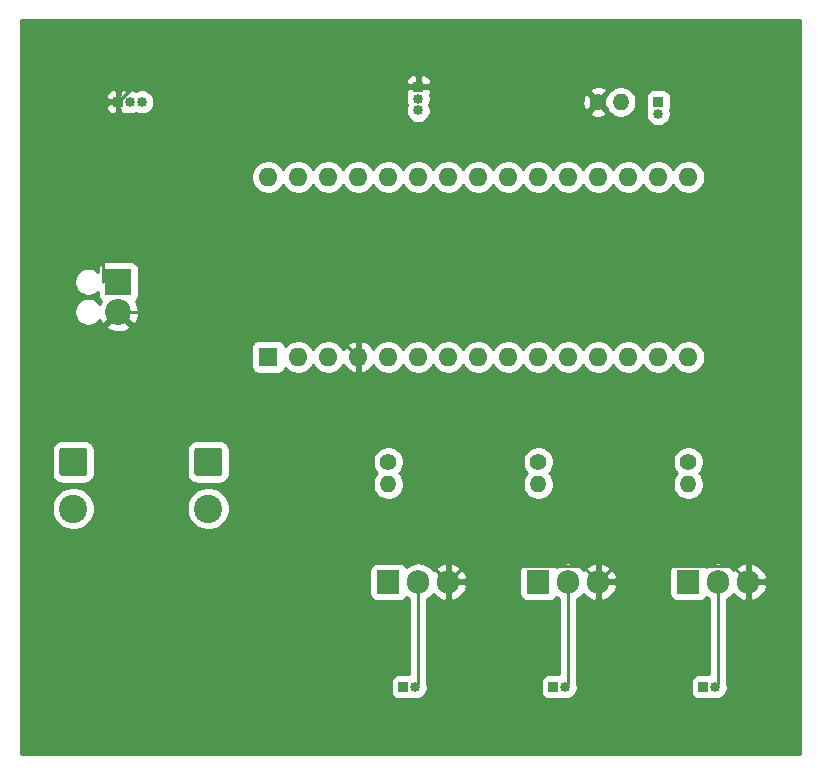
<source format=gbr>
%TF.GenerationSoftware,KiCad,Pcbnew,5.1.12-84ad8e8a86~92~ubuntu18.04.1*%
%TF.CreationDate,2021-12-05T17:17:48+11:00*%
%TF.ProjectId,aquaponics-1,61717561-706f-46e6-9963-732d312e6b69,rev?*%
%TF.SameCoordinates,Original*%
%TF.FileFunction,Copper,L2,Bot*%
%TF.FilePolarity,Positive*%
%FSLAX46Y46*%
G04 Gerber Fmt 4.6, Leading zero omitted, Abs format (unit mm)*
G04 Created by KiCad (PCBNEW 5.1.12-84ad8e8a86~92~ubuntu18.04.1) date 2021-12-05 17:17:48*
%MOMM*%
%LPD*%
G01*
G04 APERTURE LIST*
%TA.AperFunction,ComponentPad*%
%ADD10O,0.850000X0.850000*%
%TD*%
%TA.AperFunction,ComponentPad*%
%ADD11R,0.850000X0.850000*%
%TD*%
%TA.AperFunction,ComponentPad*%
%ADD12C,2.400000*%
%TD*%
%TA.AperFunction,ComponentPad*%
%ADD13R,2.200000X2.200000*%
%TD*%
%TA.AperFunction,ComponentPad*%
%ADD14C,2.200000*%
%TD*%
%TA.AperFunction,ComponentPad*%
%ADD15R,1.905000X2.000000*%
%TD*%
%TA.AperFunction,ComponentPad*%
%ADD16O,1.905000X2.000000*%
%TD*%
%TA.AperFunction,ComponentPad*%
%ADD17C,1.400000*%
%TD*%
%TA.AperFunction,ComponentPad*%
%ADD18O,1.400000X1.400000*%
%TD*%
%TA.AperFunction,ComponentPad*%
%ADD19R,1.600000X1.600000*%
%TD*%
%TA.AperFunction,ComponentPad*%
%ADD20O,1.600000X1.600000*%
%TD*%
%TA.AperFunction,Conductor*%
%ADD21C,0.250000*%
%TD*%
%TA.AperFunction,Conductor*%
%ADD22C,0.254000*%
%TD*%
%TA.AperFunction,Conductor*%
%ADD23C,0.100000*%
%TD*%
G04 APERTURE END LIST*
D10*
%TO.P,J4,3*%
%TO.N,Net-(J4-Pad3)*%
X53340000Y-23590000D03*
%TO.P,J4,2*%
%TO.N,Net-(J4-Pad2)*%
X53340000Y-22590000D03*
D11*
%TO.P,J4,1*%
%TO.N,GND*%
X53340000Y-21590000D03*
%TD*%
D12*
%TO.P,J5,2*%
%TO.N,N/C*%
X24130000Y-57300000D03*
%TO.P,J5,1*%
%TO.N,Net-(J2-Pad1)*%
%TA.AperFunction,ComponentPad*%
G36*
G01*
X23180000Y-52140000D02*
X25080000Y-52140000D01*
G75*
G02*
X25330000Y-52390000I0J-250000D01*
G01*
X25330000Y-54290000D01*
G75*
G02*
X25080000Y-54540000I-250000J0D01*
G01*
X23180000Y-54540000D01*
G75*
G02*
X22930000Y-54290000I0J250000D01*
G01*
X22930000Y-52390000D01*
G75*
G02*
X23180000Y-52140000I250000J0D01*
G01*
G37*
%TD.AperFunction*%
%TD*%
D10*
%TO.P,J3,3*%
%TO.N,Net-(J3-Pad3)*%
X29940000Y-22860000D03*
%TO.P,J3,2*%
%TO.N,Net-(J3-Pad2)*%
X28940000Y-22860000D03*
D11*
%TO.P,J3,1*%
%TO.N,GND*%
X27940000Y-22860000D03*
%TD*%
%TO.P,J1,1*%
%TO.N,Net-(J1-Pad1)*%
%TA.AperFunction,ComponentPad*%
G36*
G01*
X34610000Y-52140000D02*
X36510000Y-52140000D01*
G75*
G02*
X36760000Y-52390000I0J-250000D01*
G01*
X36760000Y-54290000D01*
G75*
G02*
X36510000Y-54540000I-250000J0D01*
G01*
X34610000Y-54540000D01*
G75*
G02*
X34360000Y-54290000I0J250000D01*
G01*
X34360000Y-52390000D01*
G75*
G02*
X34610000Y-52140000I250000J0D01*
G01*
G37*
%TD.AperFunction*%
D12*
%TO.P,J1,2*%
%TO.N,N/C*%
X35560000Y-57300000D03*
%TD*%
D13*
%TO.P,J2,1*%
%TO.N,Net-(J2-Pad1)*%
X27940000Y-38100000D03*
D14*
%TO.P,J2,2*%
%TO.N,GND*%
X27940000Y-40640000D03*
%TD*%
D10*
%TO.P,M1,2*%
%TO.N,Net-(M1-Pad2)*%
X53070000Y-72390000D03*
D11*
%TO.P,M1,1*%
%TO.N,Net-(J2-Pad1)*%
X52070000Y-72390000D03*
%TD*%
%TO.P,M2,1*%
%TO.N,Net-(J2-Pad1)*%
X77470000Y-72390000D03*
D10*
%TO.P,M2,2*%
%TO.N,Net-(M2-Pad2)*%
X78470000Y-72390000D03*
%TD*%
%TO.P,M3,2*%
%TO.N,Net-(M3-Pad2)*%
X65770000Y-72390000D03*
D11*
%TO.P,M3,1*%
%TO.N,Net-(J2-Pad1)*%
X64770000Y-72390000D03*
%TD*%
D15*
%TO.P,Q1,1*%
%TO.N,Net-(Q1-Pad1)*%
X50800000Y-63500000D03*
D16*
%TO.P,Q1,2*%
%TO.N,Net-(M1-Pad2)*%
X53340000Y-63500000D03*
%TO.P,Q1,3*%
%TO.N,GND*%
X55880000Y-63500000D03*
%TD*%
D15*
%TO.P,Q2,1*%
%TO.N,Net-(Q2-Pad1)*%
X76200000Y-63500000D03*
D16*
%TO.P,Q2,2*%
%TO.N,Net-(M2-Pad2)*%
X78740000Y-63500000D03*
%TO.P,Q2,3*%
%TO.N,GND*%
X81280000Y-63500000D03*
%TD*%
%TO.P,Q3,3*%
%TO.N,GND*%
X68580000Y-63500000D03*
%TO.P,Q3,2*%
%TO.N,Net-(M3-Pad2)*%
X66040000Y-63500000D03*
D15*
%TO.P,Q3,1*%
%TO.N,Net-(Q3-Pad1)*%
X63500000Y-63500000D03*
%TD*%
D11*
%TO.P,R1,1*%
%TO.N,Net-(R1-Pad1)*%
X73660000Y-22860000D03*
D10*
%TO.P,R1,2*%
%TO.N,Net-(R1-Pad2)*%
X73660000Y-23860000D03*
%TD*%
D17*
%TO.P,R2,1*%
%TO.N,Net-(R2-Pad1)*%
X76200000Y-53340000D03*
D18*
%TO.P,R2,2*%
%TO.N,Net-(Q2-Pad1)*%
X76200000Y-55240000D03*
%TD*%
D17*
%TO.P,R3,1*%
%TO.N,GND*%
X68580000Y-22860000D03*
D18*
%TO.P,R3,2*%
%TO.N,Net-(R1-Pad1)*%
X70480000Y-22860000D03*
%TD*%
%TO.P,R4,2*%
%TO.N,Net-(Q1-Pad1)*%
X50800000Y-55240000D03*
D17*
%TO.P,R4,1*%
%TO.N,Net-(R4-Pad1)*%
X50800000Y-53340000D03*
%TD*%
D18*
%TO.P,R5,2*%
%TO.N,Net-(Q3-Pad1)*%
X63500000Y-55240000D03*
D17*
%TO.P,R5,1*%
%TO.N,Net-(R5-Pad1)*%
X63500000Y-53340000D03*
%TD*%
D19*
%TO.P,U1,1*%
%TO.N,N/C*%
X40640000Y-44450000D03*
D20*
%TO.P,U1,17*%
X73660000Y-29210000D03*
%TO.P,U1,2*%
X43180000Y-44450000D03*
%TO.P,U1,18*%
X71120000Y-29210000D03*
%TO.P,U1,3*%
X45720000Y-44450000D03*
%TO.P,U1,19*%
%TO.N,Net-(R1-Pad1)*%
X68580000Y-29210000D03*
%TO.P,U1,4*%
%TO.N,GND*%
X48260000Y-44450000D03*
%TO.P,U1,20*%
%TO.N,Net-(J3-Pad3)*%
X66040000Y-29210000D03*
%TO.P,U1,5*%
%TO.N,Net-(R4-Pad1)*%
X50800000Y-44450000D03*
%TO.P,U1,21*%
%TO.N,Net-(J4-Pad3)*%
X63500000Y-29210000D03*
%TO.P,U1,6*%
%TO.N,Net-(R5-Pad1)*%
X53340000Y-44450000D03*
%TO.P,U1,22*%
%TO.N,N/C*%
X60960000Y-29210000D03*
%TO.P,U1,7*%
%TO.N,Net-(R2-Pad1)*%
X55880000Y-44450000D03*
%TO.P,U1,23*%
%TO.N,N/C*%
X58420000Y-29210000D03*
%TO.P,U1,8*%
X58420000Y-44450000D03*
%TO.P,U1,24*%
X55880000Y-29210000D03*
%TO.P,U1,9*%
%TO.N,Net-(J3-Pad2)*%
X60960000Y-44450000D03*
%TO.P,U1,25*%
%TO.N,N/C*%
X53340000Y-29210000D03*
%TO.P,U1,10*%
%TO.N,Net-(J4-Pad2)*%
X63500000Y-44450000D03*
%TO.P,U1,26*%
%TO.N,N/C*%
X50800000Y-29210000D03*
%TO.P,U1,11*%
X66040000Y-44450000D03*
%TO.P,U1,27*%
%TO.N,Net-(J1-Pad1)*%
X48260000Y-29210000D03*
%TO.P,U1,12*%
%TO.N,N/C*%
X68580000Y-44450000D03*
%TO.P,U1,28*%
X45720000Y-29210000D03*
%TO.P,U1,13*%
X71120000Y-44450000D03*
%TO.P,U1,29*%
X43180000Y-29210000D03*
%TO.P,U1,14*%
X73660000Y-44450000D03*
%TO.P,U1,30*%
X40640000Y-29210000D03*
%TO.P,U1,15*%
X76200000Y-44450000D03*
%TO.P,U1,16*%
%TO.N,Net-(R1-Pad2)*%
X76200000Y-29210000D03*
%TD*%
D21*
%TO.N,GND*%
X48260000Y-55880000D02*
X55880000Y-63500000D01*
X48260000Y-44450000D02*
X48260000Y-55880000D01*
X67254990Y-62174990D02*
X68580000Y-63500000D01*
X57205010Y-62174990D02*
X67254990Y-62174990D01*
X55880000Y-63500000D02*
X57205010Y-62174990D01*
X69905010Y-62174990D02*
X79954990Y-62174990D01*
X79954990Y-62174990D02*
X81280000Y-63500000D01*
X68580000Y-63500000D02*
X69905010Y-62174990D01*
X29210000Y-21590000D02*
X53340000Y-21590000D01*
X27940000Y-22860000D02*
X29210000Y-21590000D01*
X27265000Y-22860000D02*
X26670000Y-23455000D01*
X26670000Y-23455000D02*
X26670000Y-38100000D01*
X27940000Y-22860000D02*
X27265000Y-22860000D01*
X67310000Y-21590000D02*
X68580000Y-22860000D01*
X53340000Y-21590000D02*
X67310000Y-21590000D01*
X44450000Y-40640000D02*
X48260000Y-44450000D01*
X27940000Y-40640000D02*
X44450000Y-40640000D01*
%TO.N,Net-(M1-Pad2)*%
X53340000Y-72120000D02*
X53070000Y-72390000D01*
X53340000Y-63500000D02*
X53340000Y-72120000D01*
%TO.N,Net-(M2-Pad2)*%
X78740000Y-72120000D02*
X78470000Y-72390000D01*
X78740000Y-63500000D02*
X78740000Y-72120000D01*
%TO.N,Net-(M3-Pad2)*%
X66040000Y-72120000D02*
X65770000Y-72390000D01*
X66040000Y-63500000D02*
X66040000Y-72120000D01*
%TD*%
D22*
%TO.N,GND*%
X85700001Y-78080000D02*
X19710000Y-78080000D01*
X19710000Y-62500000D01*
X49209428Y-62500000D01*
X49209428Y-64500000D01*
X49221688Y-64624482D01*
X49257998Y-64744180D01*
X49316963Y-64854494D01*
X49396315Y-64951185D01*
X49493006Y-65030537D01*
X49603320Y-65089502D01*
X49723018Y-65125812D01*
X49847500Y-65138072D01*
X51752500Y-65138072D01*
X51876982Y-65125812D01*
X51996680Y-65089502D01*
X52106994Y-65030537D01*
X52203685Y-64951185D01*
X52283037Y-64854494D01*
X52327905Y-64770553D01*
X52453766Y-64873845D01*
X52580000Y-64941318D01*
X52580001Y-71335300D01*
X52495000Y-71326928D01*
X51645000Y-71326928D01*
X51520518Y-71339188D01*
X51400820Y-71375498D01*
X51290506Y-71434463D01*
X51193815Y-71513815D01*
X51114463Y-71610506D01*
X51055498Y-71720820D01*
X51019188Y-71840518D01*
X51006928Y-71965000D01*
X51006928Y-72815000D01*
X51019188Y-72939482D01*
X51055498Y-73059180D01*
X51114463Y-73169494D01*
X51193815Y-73266185D01*
X51290506Y-73345537D01*
X51400820Y-73404502D01*
X51520518Y-73440812D01*
X51645000Y-73453072D01*
X52495000Y-73453072D01*
X52619482Y-73440812D01*
X52739180Y-73404502D01*
X52743603Y-73402138D01*
X52760809Y-73409265D01*
X52965599Y-73450000D01*
X53174401Y-73450000D01*
X53379191Y-73409265D01*
X53572098Y-73329360D01*
X53745711Y-73213356D01*
X53893356Y-73065711D01*
X54009360Y-72892098D01*
X54089265Y-72699191D01*
X54130000Y-72494401D01*
X54130000Y-72285599D01*
X54101485Y-72142245D01*
X54103676Y-72120000D01*
X54100000Y-72082675D01*
X54100000Y-64941319D01*
X54226235Y-64873845D01*
X54467963Y-64675463D01*
X54615162Y-64496100D01*
X54770563Y-64681315D01*
X55013077Y-64875969D01*
X55288906Y-65019571D01*
X55507020Y-65090563D01*
X55753000Y-64970594D01*
X55753000Y-63627000D01*
X56007000Y-63627000D01*
X56007000Y-64970594D01*
X56252980Y-65090563D01*
X56471094Y-65019571D01*
X56746923Y-64875969D01*
X56989437Y-64681315D01*
X57189316Y-64443089D01*
X57338879Y-64170446D01*
X57432378Y-63873863D01*
X57305570Y-63627000D01*
X56007000Y-63627000D01*
X55753000Y-63627000D01*
X55733000Y-63627000D01*
X55733000Y-63373000D01*
X55753000Y-63373000D01*
X55753000Y-62029406D01*
X56007000Y-62029406D01*
X56007000Y-63373000D01*
X57305570Y-63373000D01*
X57432378Y-63126137D01*
X57338879Y-62829554D01*
X57189316Y-62556911D01*
X57141566Y-62500000D01*
X61909428Y-62500000D01*
X61909428Y-64500000D01*
X61921688Y-64624482D01*
X61957998Y-64744180D01*
X62016963Y-64854494D01*
X62096315Y-64951185D01*
X62193006Y-65030537D01*
X62303320Y-65089502D01*
X62423018Y-65125812D01*
X62547500Y-65138072D01*
X64452500Y-65138072D01*
X64576982Y-65125812D01*
X64696680Y-65089502D01*
X64806994Y-65030537D01*
X64903685Y-64951185D01*
X64983037Y-64854494D01*
X65027905Y-64770553D01*
X65153766Y-64873845D01*
X65280000Y-64941318D01*
X65280001Y-71335300D01*
X65195000Y-71326928D01*
X64345000Y-71326928D01*
X64220518Y-71339188D01*
X64100820Y-71375498D01*
X63990506Y-71434463D01*
X63893815Y-71513815D01*
X63814463Y-71610506D01*
X63755498Y-71720820D01*
X63719188Y-71840518D01*
X63706928Y-71965000D01*
X63706928Y-72815000D01*
X63719188Y-72939482D01*
X63755498Y-73059180D01*
X63814463Y-73169494D01*
X63893815Y-73266185D01*
X63990506Y-73345537D01*
X64100820Y-73404502D01*
X64220518Y-73440812D01*
X64345000Y-73453072D01*
X65195000Y-73453072D01*
X65319482Y-73440812D01*
X65439180Y-73404502D01*
X65443603Y-73402138D01*
X65460809Y-73409265D01*
X65665599Y-73450000D01*
X65874401Y-73450000D01*
X66079191Y-73409265D01*
X66272098Y-73329360D01*
X66445711Y-73213356D01*
X66593356Y-73065711D01*
X66709360Y-72892098D01*
X66789265Y-72699191D01*
X66830000Y-72494401D01*
X66830000Y-72285599D01*
X66801485Y-72142245D01*
X66803676Y-72120000D01*
X66800000Y-72082675D01*
X66800000Y-64941319D01*
X66926235Y-64873845D01*
X67167963Y-64675463D01*
X67315162Y-64496100D01*
X67470563Y-64681315D01*
X67713077Y-64875969D01*
X67988906Y-65019571D01*
X68207020Y-65090563D01*
X68453000Y-64970594D01*
X68453000Y-63627000D01*
X68707000Y-63627000D01*
X68707000Y-64970594D01*
X68952980Y-65090563D01*
X69171094Y-65019571D01*
X69446923Y-64875969D01*
X69689437Y-64681315D01*
X69889316Y-64443089D01*
X70038879Y-64170446D01*
X70132378Y-63873863D01*
X70005570Y-63627000D01*
X68707000Y-63627000D01*
X68453000Y-63627000D01*
X68433000Y-63627000D01*
X68433000Y-63373000D01*
X68453000Y-63373000D01*
X68453000Y-62029406D01*
X68707000Y-62029406D01*
X68707000Y-63373000D01*
X70005570Y-63373000D01*
X70132378Y-63126137D01*
X70038879Y-62829554D01*
X69889316Y-62556911D01*
X69841566Y-62500000D01*
X74609428Y-62500000D01*
X74609428Y-64500000D01*
X74621688Y-64624482D01*
X74657998Y-64744180D01*
X74716963Y-64854494D01*
X74796315Y-64951185D01*
X74893006Y-65030537D01*
X75003320Y-65089502D01*
X75123018Y-65125812D01*
X75247500Y-65138072D01*
X77152500Y-65138072D01*
X77276982Y-65125812D01*
X77396680Y-65089502D01*
X77506994Y-65030537D01*
X77603685Y-64951185D01*
X77683037Y-64854494D01*
X77727905Y-64770553D01*
X77853766Y-64873845D01*
X77980000Y-64941318D01*
X77980001Y-71335300D01*
X77895000Y-71326928D01*
X77045000Y-71326928D01*
X76920518Y-71339188D01*
X76800820Y-71375498D01*
X76690506Y-71434463D01*
X76593815Y-71513815D01*
X76514463Y-71610506D01*
X76455498Y-71720820D01*
X76419188Y-71840518D01*
X76406928Y-71965000D01*
X76406928Y-72815000D01*
X76419188Y-72939482D01*
X76455498Y-73059180D01*
X76514463Y-73169494D01*
X76593815Y-73266185D01*
X76690506Y-73345537D01*
X76800820Y-73404502D01*
X76920518Y-73440812D01*
X77045000Y-73453072D01*
X77895000Y-73453072D01*
X78019482Y-73440812D01*
X78139180Y-73404502D01*
X78143603Y-73402138D01*
X78160809Y-73409265D01*
X78365599Y-73450000D01*
X78574401Y-73450000D01*
X78779191Y-73409265D01*
X78972098Y-73329360D01*
X79145711Y-73213356D01*
X79293356Y-73065711D01*
X79409360Y-72892098D01*
X79489265Y-72699191D01*
X79530000Y-72494401D01*
X79530000Y-72285599D01*
X79501485Y-72142245D01*
X79503676Y-72120000D01*
X79500000Y-72082675D01*
X79500000Y-64941319D01*
X79626235Y-64873845D01*
X79867963Y-64675463D01*
X80015162Y-64496100D01*
X80170563Y-64681315D01*
X80413077Y-64875969D01*
X80688906Y-65019571D01*
X80907020Y-65090563D01*
X81153000Y-64970594D01*
X81153000Y-63627000D01*
X81407000Y-63627000D01*
X81407000Y-64970594D01*
X81652980Y-65090563D01*
X81871094Y-65019571D01*
X82146923Y-64875969D01*
X82389437Y-64681315D01*
X82589316Y-64443089D01*
X82738879Y-64170446D01*
X82832378Y-63873863D01*
X82705570Y-63627000D01*
X81407000Y-63627000D01*
X81153000Y-63627000D01*
X81133000Y-63627000D01*
X81133000Y-63373000D01*
X81153000Y-63373000D01*
X81153000Y-62029406D01*
X81407000Y-62029406D01*
X81407000Y-63373000D01*
X82705570Y-63373000D01*
X82832378Y-63126137D01*
X82738879Y-62829554D01*
X82589316Y-62556911D01*
X82389437Y-62318685D01*
X82146923Y-62124031D01*
X81871094Y-61980429D01*
X81652980Y-61909437D01*
X81407000Y-62029406D01*
X81153000Y-62029406D01*
X80907020Y-61909437D01*
X80688906Y-61980429D01*
X80413077Y-62124031D01*
X80170563Y-62318685D01*
X80015163Y-62503899D01*
X79867963Y-62324537D01*
X79626234Y-62126155D01*
X79350448Y-61978745D01*
X79051203Y-61887970D01*
X78740000Y-61857319D01*
X78428796Y-61887970D01*
X78129551Y-61978745D01*
X77853765Y-62126155D01*
X77727905Y-62229446D01*
X77683037Y-62145506D01*
X77603685Y-62048815D01*
X77506994Y-61969463D01*
X77396680Y-61910498D01*
X77276982Y-61874188D01*
X77152500Y-61861928D01*
X75247500Y-61861928D01*
X75123018Y-61874188D01*
X75003320Y-61910498D01*
X74893006Y-61969463D01*
X74796315Y-62048815D01*
X74716963Y-62145506D01*
X74657998Y-62255820D01*
X74621688Y-62375518D01*
X74609428Y-62500000D01*
X69841566Y-62500000D01*
X69689437Y-62318685D01*
X69446923Y-62124031D01*
X69171094Y-61980429D01*
X68952980Y-61909437D01*
X68707000Y-62029406D01*
X68453000Y-62029406D01*
X68207020Y-61909437D01*
X67988906Y-61980429D01*
X67713077Y-62124031D01*
X67470563Y-62318685D01*
X67315163Y-62503899D01*
X67167963Y-62324537D01*
X66926234Y-62126155D01*
X66650448Y-61978745D01*
X66351203Y-61887970D01*
X66040000Y-61857319D01*
X65728796Y-61887970D01*
X65429551Y-61978745D01*
X65153765Y-62126155D01*
X65027905Y-62229446D01*
X64983037Y-62145506D01*
X64903685Y-62048815D01*
X64806994Y-61969463D01*
X64696680Y-61910498D01*
X64576982Y-61874188D01*
X64452500Y-61861928D01*
X62547500Y-61861928D01*
X62423018Y-61874188D01*
X62303320Y-61910498D01*
X62193006Y-61969463D01*
X62096315Y-62048815D01*
X62016963Y-62145506D01*
X61957998Y-62255820D01*
X61921688Y-62375518D01*
X61909428Y-62500000D01*
X57141566Y-62500000D01*
X56989437Y-62318685D01*
X56746923Y-62124031D01*
X56471094Y-61980429D01*
X56252980Y-61909437D01*
X56007000Y-62029406D01*
X55753000Y-62029406D01*
X55507020Y-61909437D01*
X55288906Y-61980429D01*
X55013077Y-62124031D01*
X54770563Y-62318685D01*
X54615163Y-62503899D01*
X54467963Y-62324537D01*
X54226234Y-62126155D01*
X53950448Y-61978745D01*
X53651203Y-61887970D01*
X53340000Y-61857319D01*
X53028796Y-61887970D01*
X52729551Y-61978745D01*
X52453765Y-62126155D01*
X52327905Y-62229446D01*
X52283037Y-62145506D01*
X52203685Y-62048815D01*
X52106994Y-61969463D01*
X51996680Y-61910498D01*
X51876982Y-61874188D01*
X51752500Y-61861928D01*
X49847500Y-61861928D01*
X49723018Y-61874188D01*
X49603320Y-61910498D01*
X49493006Y-61969463D01*
X49396315Y-62048815D01*
X49316963Y-62145506D01*
X49257998Y-62255820D01*
X49221688Y-62375518D01*
X49209428Y-62500000D01*
X19710000Y-62500000D01*
X19710000Y-57119268D01*
X22295000Y-57119268D01*
X22295000Y-57480732D01*
X22365518Y-57835250D01*
X22503844Y-58169199D01*
X22704662Y-58469744D01*
X22960256Y-58725338D01*
X23260801Y-58926156D01*
X23594750Y-59064482D01*
X23949268Y-59135000D01*
X24310732Y-59135000D01*
X24665250Y-59064482D01*
X24999199Y-58926156D01*
X25299744Y-58725338D01*
X25555338Y-58469744D01*
X25756156Y-58169199D01*
X25894482Y-57835250D01*
X25965000Y-57480732D01*
X25965000Y-57119268D01*
X33725000Y-57119268D01*
X33725000Y-57480732D01*
X33795518Y-57835250D01*
X33933844Y-58169199D01*
X34134662Y-58469744D01*
X34390256Y-58725338D01*
X34690801Y-58926156D01*
X35024750Y-59064482D01*
X35379268Y-59135000D01*
X35740732Y-59135000D01*
X36095250Y-59064482D01*
X36429199Y-58926156D01*
X36729744Y-58725338D01*
X36985338Y-58469744D01*
X37186156Y-58169199D01*
X37324482Y-57835250D01*
X37395000Y-57480732D01*
X37395000Y-57119268D01*
X37324482Y-56764750D01*
X37186156Y-56430801D01*
X36985338Y-56130256D01*
X36729744Y-55874662D01*
X36429199Y-55673844D01*
X36095250Y-55535518D01*
X35740732Y-55465000D01*
X35379268Y-55465000D01*
X35024750Y-55535518D01*
X34690801Y-55673844D01*
X34390256Y-55874662D01*
X34134662Y-56130256D01*
X33933844Y-56430801D01*
X33795518Y-56764750D01*
X33725000Y-57119268D01*
X25965000Y-57119268D01*
X25894482Y-56764750D01*
X25756156Y-56430801D01*
X25555338Y-56130256D01*
X25299744Y-55874662D01*
X24999199Y-55673844D01*
X24665250Y-55535518D01*
X24310732Y-55465000D01*
X23949268Y-55465000D01*
X23594750Y-55535518D01*
X23260801Y-55673844D01*
X22960256Y-55874662D01*
X22704662Y-56130256D01*
X22503844Y-56430801D01*
X22365518Y-56764750D01*
X22295000Y-57119268D01*
X19710000Y-57119268D01*
X19710000Y-52390000D01*
X22291928Y-52390000D01*
X22291928Y-54290000D01*
X22308992Y-54463254D01*
X22359528Y-54629850D01*
X22441595Y-54783386D01*
X22552038Y-54917962D01*
X22686614Y-55028405D01*
X22840150Y-55110472D01*
X23006746Y-55161008D01*
X23180000Y-55178072D01*
X25080000Y-55178072D01*
X25253254Y-55161008D01*
X25419850Y-55110472D01*
X25573386Y-55028405D01*
X25707962Y-54917962D01*
X25818405Y-54783386D01*
X25900472Y-54629850D01*
X25951008Y-54463254D01*
X25968072Y-54290000D01*
X25968072Y-52390000D01*
X33721928Y-52390000D01*
X33721928Y-54290000D01*
X33738992Y-54463254D01*
X33789528Y-54629850D01*
X33871595Y-54783386D01*
X33982038Y-54917962D01*
X34116614Y-55028405D01*
X34270150Y-55110472D01*
X34436746Y-55161008D01*
X34610000Y-55178072D01*
X36510000Y-55178072D01*
X36683254Y-55161008D01*
X36849850Y-55110472D01*
X37003386Y-55028405D01*
X37137962Y-54917962D01*
X37248405Y-54783386D01*
X37330472Y-54629850D01*
X37381008Y-54463254D01*
X37398072Y-54290000D01*
X37398072Y-53208514D01*
X49465000Y-53208514D01*
X49465000Y-53471486D01*
X49516304Y-53729405D01*
X49616939Y-53972359D01*
X49763038Y-54191013D01*
X49862025Y-54290000D01*
X49763038Y-54388987D01*
X49616939Y-54607641D01*
X49516304Y-54850595D01*
X49465000Y-55108514D01*
X49465000Y-55371486D01*
X49516304Y-55629405D01*
X49616939Y-55872359D01*
X49763038Y-56091013D01*
X49948987Y-56276962D01*
X50167641Y-56423061D01*
X50410595Y-56523696D01*
X50668514Y-56575000D01*
X50931486Y-56575000D01*
X51189405Y-56523696D01*
X51432359Y-56423061D01*
X51651013Y-56276962D01*
X51836962Y-56091013D01*
X51983061Y-55872359D01*
X52083696Y-55629405D01*
X52135000Y-55371486D01*
X52135000Y-55108514D01*
X52083696Y-54850595D01*
X51983061Y-54607641D01*
X51836962Y-54388987D01*
X51737975Y-54290000D01*
X51836962Y-54191013D01*
X51983061Y-53972359D01*
X52083696Y-53729405D01*
X52135000Y-53471486D01*
X52135000Y-53208514D01*
X62165000Y-53208514D01*
X62165000Y-53471486D01*
X62216304Y-53729405D01*
X62316939Y-53972359D01*
X62463038Y-54191013D01*
X62562025Y-54290000D01*
X62463038Y-54388987D01*
X62316939Y-54607641D01*
X62216304Y-54850595D01*
X62165000Y-55108514D01*
X62165000Y-55371486D01*
X62216304Y-55629405D01*
X62316939Y-55872359D01*
X62463038Y-56091013D01*
X62648987Y-56276962D01*
X62867641Y-56423061D01*
X63110595Y-56523696D01*
X63368514Y-56575000D01*
X63631486Y-56575000D01*
X63889405Y-56523696D01*
X64132359Y-56423061D01*
X64351013Y-56276962D01*
X64536962Y-56091013D01*
X64683061Y-55872359D01*
X64783696Y-55629405D01*
X64835000Y-55371486D01*
X64835000Y-55108514D01*
X64783696Y-54850595D01*
X64683061Y-54607641D01*
X64536962Y-54388987D01*
X64437975Y-54290000D01*
X64536962Y-54191013D01*
X64683061Y-53972359D01*
X64783696Y-53729405D01*
X64835000Y-53471486D01*
X64835000Y-53208514D01*
X74865000Y-53208514D01*
X74865000Y-53471486D01*
X74916304Y-53729405D01*
X75016939Y-53972359D01*
X75163038Y-54191013D01*
X75262025Y-54290000D01*
X75163038Y-54388987D01*
X75016939Y-54607641D01*
X74916304Y-54850595D01*
X74865000Y-55108514D01*
X74865000Y-55371486D01*
X74916304Y-55629405D01*
X75016939Y-55872359D01*
X75163038Y-56091013D01*
X75348987Y-56276962D01*
X75567641Y-56423061D01*
X75810595Y-56523696D01*
X76068514Y-56575000D01*
X76331486Y-56575000D01*
X76589405Y-56523696D01*
X76832359Y-56423061D01*
X77051013Y-56276962D01*
X77236962Y-56091013D01*
X77383061Y-55872359D01*
X77483696Y-55629405D01*
X77535000Y-55371486D01*
X77535000Y-55108514D01*
X77483696Y-54850595D01*
X77383061Y-54607641D01*
X77236962Y-54388987D01*
X77137975Y-54290000D01*
X77236962Y-54191013D01*
X77383061Y-53972359D01*
X77483696Y-53729405D01*
X77535000Y-53471486D01*
X77535000Y-53208514D01*
X77483696Y-52950595D01*
X77383061Y-52707641D01*
X77236962Y-52488987D01*
X77051013Y-52303038D01*
X76832359Y-52156939D01*
X76589405Y-52056304D01*
X76331486Y-52005000D01*
X76068514Y-52005000D01*
X75810595Y-52056304D01*
X75567641Y-52156939D01*
X75348987Y-52303038D01*
X75163038Y-52488987D01*
X75016939Y-52707641D01*
X74916304Y-52950595D01*
X74865000Y-53208514D01*
X64835000Y-53208514D01*
X64783696Y-52950595D01*
X64683061Y-52707641D01*
X64536962Y-52488987D01*
X64351013Y-52303038D01*
X64132359Y-52156939D01*
X63889405Y-52056304D01*
X63631486Y-52005000D01*
X63368514Y-52005000D01*
X63110595Y-52056304D01*
X62867641Y-52156939D01*
X62648987Y-52303038D01*
X62463038Y-52488987D01*
X62316939Y-52707641D01*
X62216304Y-52950595D01*
X62165000Y-53208514D01*
X52135000Y-53208514D01*
X52083696Y-52950595D01*
X51983061Y-52707641D01*
X51836962Y-52488987D01*
X51651013Y-52303038D01*
X51432359Y-52156939D01*
X51189405Y-52056304D01*
X50931486Y-52005000D01*
X50668514Y-52005000D01*
X50410595Y-52056304D01*
X50167641Y-52156939D01*
X49948987Y-52303038D01*
X49763038Y-52488987D01*
X49616939Y-52707641D01*
X49516304Y-52950595D01*
X49465000Y-53208514D01*
X37398072Y-53208514D01*
X37398072Y-52390000D01*
X37381008Y-52216746D01*
X37330472Y-52050150D01*
X37248405Y-51896614D01*
X37137962Y-51762038D01*
X37003386Y-51651595D01*
X36849850Y-51569528D01*
X36683254Y-51518992D01*
X36510000Y-51501928D01*
X34610000Y-51501928D01*
X34436746Y-51518992D01*
X34270150Y-51569528D01*
X34116614Y-51651595D01*
X33982038Y-51762038D01*
X33871595Y-51896614D01*
X33789528Y-52050150D01*
X33738992Y-52216746D01*
X33721928Y-52390000D01*
X25968072Y-52390000D01*
X25951008Y-52216746D01*
X25900472Y-52050150D01*
X25818405Y-51896614D01*
X25707962Y-51762038D01*
X25573386Y-51651595D01*
X25419850Y-51569528D01*
X25253254Y-51518992D01*
X25080000Y-51501928D01*
X23180000Y-51501928D01*
X23006746Y-51518992D01*
X22840150Y-51569528D01*
X22686614Y-51651595D01*
X22552038Y-51762038D01*
X22441595Y-51896614D01*
X22359528Y-52050150D01*
X22308992Y-52216746D01*
X22291928Y-52390000D01*
X19710000Y-52390000D01*
X19710000Y-43650000D01*
X39201928Y-43650000D01*
X39201928Y-45250000D01*
X39214188Y-45374482D01*
X39250498Y-45494180D01*
X39309463Y-45604494D01*
X39388815Y-45701185D01*
X39485506Y-45780537D01*
X39595820Y-45839502D01*
X39715518Y-45875812D01*
X39840000Y-45888072D01*
X41440000Y-45888072D01*
X41564482Y-45875812D01*
X41684180Y-45839502D01*
X41794494Y-45780537D01*
X41891185Y-45701185D01*
X41970537Y-45604494D01*
X42029502Y-45494180D01*
X42065812Y-45374482D01*
X42066643Y-45366039D01*
X42265241Y-45564637D01*
X42500273Y-45721680D01*
X42761426Y-45829853D01*
X43038665Y-45885000D01*
X43321335Y-45885000D01*
X43598574Y-45829853D01*
X43859727Y-45721680D01*
X44094759Y-45564637D01*
X44294637Y-45364759D01*
X44450000Y-45132241D01*
X44605363Y-45364759D01*
X44805241Y-45564637D01*
X45040273Y-45721680D01*
X45301426Y-45829853D01*
X45578665Y-45885000D01*
X45861335Y-45885000D01*
X46138574Y-45829853D01*
X46399727Y-45721680D01*
X46634759Y-45564637D01*
X46834637Y-45364759D01*
X46991680Y-45129727D01*
X46996067Y-45119135D01*
X47107615Y-45305131D01*
X47296586Y-45513519D01*
X47522580Y-45681037D01*
X47776913Y-45801246D01*
X47910961Y-45841904D01*
X48133000Y-45719915D01*
X48133000Y-44577000D01*
X48113000Y-44577000D01*
X48113000Y-44323000D01*
X48133000Y-44323000D01*
X48133000Y-43180085D01*
X48387000Y-43180085D01*
X48387000Y-44323000D01*
X48407000Y-44323000D01*
X48407000Y-44577000D01*
X48387000Y-44577000D01*
X48387000Y-45719915D01*
X48609039Y-45841904D01*
X48743087Y-45801246D01*
X48997420Y-45681037D01*
X49223414Y-45513519D01*
X49412385Y-45305131D01*
X49523933Y-45119135D01*
X49528320Y-45129727D01*
X49685363Y-45364759D01*
X49885241Y-45564637D01*
X50120273Y-45721680D01*
X50381426Y-45829853D01*
X50658665Y-45885000D01*
X50941335Y-45885000D01*
X51218574Y-45829853D01*
X51479727Y-45721680D01*
X51714759Y-45564637D01*
X51914637Y-45364759D01*
X52070000Y-45132241D01*
X52225363Y-45364759D01*
X52425241Y-45564637D01*
X52660273Y-45721680D01*
X52921426Y-45829853D01*
X53198665Y-45885000D01*
X53481335Y-45885000D01*
X53758574Y-45829853D01*
X54019727Y-45721680D01*
X54254759Y-45564637D01*
X54454637Y-45364759D01*
X54610000Y-45132241D01*
X54765363Y-45364759D01*
X54965241Y-45564637D01*
X55200273Y-45721680D01*
X55461426Y-45829853D01*
X55738665Y-45885000D01*
X56021335Y-45885000D01*
X56298574Y-45829853D01*
X56559727Y-45721680D01*
X56794759Y-45564637D01*
X56994637Y-45364759D01*
X57150000Y-45132241D01*
X57305363Y-45364759D01*
X57505241Y-45564637D01*
X57740273Y-45721680D01*
X58001426Y-45829853D01*
X58278665Y-45885000D01*
X58561335Y-45885000D01*
X58838574Y-45829853D01*
X59099727Y-45721680D01*
X59334759Y-45564637D01*
X59534637Y-45364759D01*
X59690000Y-45132241D01*
X59845363Y-45364759D01*
X60045241Y-45564637D01*
X60280273Y-45721680D01*
X60541426Y-45829853D01*
X60818665Y-45885000D01*
X61101335Y-45885000D01*
X61378574Y-45829853D01*
X61639727Y-45721680D01*
X61874759Y-45564637D01*
X62074637Y-45364759D01*
X62230000Y-45132241D01*
X62385363Y-45364759D01*
X62585241Y-45564637D01*
X62820273Y-45721680D01*
X63081426Y-45829853D01*
X63358665Y-45885000D01*
X63641335Y-45885000D01*
X63918574Y-45829853D01*
X64179727Y-45721680D01*
X64414759Y-45564637D01*
X64614637Y-45364759D01*
X64770000Y-45132241D01*
X64925363Y-45364759D01*
X65125241Y-45564637D01*
X65360273Y-45721680D01*
X65621426Y-45829853D01*
X65898665Y-45885000D01*
X66181335Y-45885000D01*
X66458574Y-45829853D01*
X66719727Y-45721680D01*
X66954759Y-45564637D01*
X67154637Y-45364759D01*
X67310000Y-45132241D01*
X67465363Y-45364759D01*
X67665241Y-45564637D01*
X67900273Y-45721680D01*
X68161426Y-45829853D01*
X68438665Y-45885000D01*
X68721335Y-45885000D01*
X68998574Y-45829853D01*
X69259727Y-45721680D01*
X69494759Y-45564637D01*
X69694637Y-45364759D01*
X69850000Y-45132241D01*
X70005363Y-45364759D01*
X70205241Y-45564637D01*
X70440273Y-45721680D01*
X70701426Y-45829853D01*
X70978665Y-45885000D01*
X71261335Y-45885000D01*
X71538574Y-45829853D01*
X71799727Y-45721680D01*
X72034759Y-45564637D01*
X72234637Y-45364759D01*
X72390000Y-45132241D01*
X72545363Y-45364759D01*
X72745241Y-45564637D01*
X72980273Y-45721680D01*
X73241426Y-45829853D01*
X73518665Y-45885000D01*
X73801335Y-45885000D01*
X74078574Y-45829853D01*
X74339727Y-45721680D01*
X74574759Y-45564637D01*
X74774637Y-45364759D01*
X74930000Y-45132241D01*
X75085363Y-45364759D01*
X75285241Y-45564637D01*
X75520273Y-45721680D01*
X75781426Y-45829853D01*
X76058665Y-45885000D01*
X76341335Y-45885000D01*
X76618574Y-45829853D01*
X76879727Y-45721680D01*
X77114759Y-45564637D01*
X77314637Y-45364759D01*
X77471680Y-45129727D01*
X77579853Y-44868574D01*
X77635000Y-44591335D01*
X77635000Y-44308665D01*
X77579853Y-44031426D01*
X77471680Y-43770273D01*
X77314637Y-43535241D01*
X77114759Y-43335363D01*
X76879727Y-43178320D01*
X76618574Y-43070147D01*
X76341335Y-43015000D01*
X76058665Y-43015000D01*
X75781426Y-43070147D01*
X75520273Y-43178320D01*
X75285241Y-43335363D01*
X75085363Y-43535241D01*
X74930000Y-43767759D01*
X74774637Y-43535241D01*
X74574759Y-43335363D01*
X74339727Y-43178320D01*
X74078574Y-43070147D01*
X73801335Y-43015000D01*
X73518665Y-43015000D01*
X73241426Y-43070147D01*
X72980273Y-43178320D01*
X72745241Y-43335363D01*
X72545363Y-43535241D01*
X72390000Y-43767759D01*
X72234637Y-43535241D01*
X72034759Y-43335363D01*
X71799727Y-43178320D01*
X71538574Y-43070147D01*
X71261335Y-43015000D01*
X70978665Y-43015000D01*
X70701426Y-43070147D01*
X70440273Y-43178320D01*
X70205241Y-43335363D01*
X70005363Y-43535241D01*
X69850000Y-43767759D01*
X69694637Y-43535241D01*
X69494759Y-43335363D01*
X69259727Y-43178320D01*
X68998574Y-43070147D01*
X68721335Y-43015000D01*
X68438665Y-43015000D01*
X68161426Y-43070147D01*
X67900273Y-43178320D01*
X67665241Y-43335363D01*
X67465363Y-43535241D01*
X67310000Y-43767759D01*
X67154637Y-43535241D01*
X66954759Y-43335363D01*
X66719727Y-43178320D01*
X66458574Y-43070147D01*
X66181335Y-43015000D01*
X65898665Y-43015000D01*
X65621426Y-43070147D01*
X65360273Y-43178320D01*
X65125241Y-43335363D01*
X64925363Y-43535241D01*
X64770000Y-43767759D01*
X64614637Y-43535241D01*
X64414759Y-43335363D01*
X64179727Y-43178320D01*
X63918574Y-43070147D01*
X63641335Y-43015000D01*
X63358665Y-43015000D01*
X63081426Y-43070147D01*
X62820273Y-43178320D01*
X62585241Y-43335363D01*
X62385363Y-43535241D01*
X62230000Y-43767759D01*
X62074637Y-43535241D01*
X61874759Y-43335363D01*
X61639727Y-43178320D01*
X61378574Y-43070147D01*
X61101335Y-43015000D01*
X60818665Y-43015000D01*
X60541426Y-43070147D01*
X60280273Y-43178320D01*
X60045241Y-43335363D01*
X59845363Y-43535241D01*
X59690000Y-43767759D01*
X59534637Y-43535241D01*
X59334759Y-43335363D01*
X59099727Y-43178320D01*
X58838574Y-43070147D01*
X58561335Y-43015000D01*
X58278665Y-43015000D01*
X58001426Y-43070147D01*
X57740273Y-43178320D01*
X57505241Y-43335363D01*
X57305363Y-43535241D01*
X57150000Y-43767759D01*
X56994637Y-43535241D01*
X56794759Y-43335363D01*
X56559727Y-43178320D01*
X56298574Y-43070147D01*
X56021335Y-43015000D01*
X55738665Y-43015000D01*
X55461426Y-43070147D01*
X55200273Y-43178320D01*
X54965241Y-43335363D01*
X54765363Y-43535241D01*
X54610000Y-43767759D01*
X54454637Y-43535241D01*
X54254759Y-43335363D01*
X54019727Y-43178320D01*
X53758574Y-43070147D01*
X53481335Y-43015000D01*
X53198665Y-43015000D01*
X52921426Y-43070147D01*
X52660273Y-43178320D01*
X52425241Y-43335363D01*
X52225363Y-43535241D01*
X52070000Y-43767759D01*
X51914637Y-43535241D01*
X51714759Y-43335363D01*
X51479727Y-43178320D01*
X51218574Y-43070147D01*
X50941335Y-43015000D01*
X50658665Y-43015000D01*
X50381426Y-43070147D01*
X50120273Y-43178320D01*
X49885241Y-43335363D01*
X49685363Y-43535241D01*
X49528320Y-43770273D01*
X49523933Y-43780865D01*
X49412385Y-43594869D01*
X49223414Y-43386481D01*
X48997420Y-43218963D01*
X48743087Y-43098754D01*
X48609039Y-43058096D01*
X48387000Y-43180085D01*
X48133000Y-43180085D01*
X47910961Y-43058096D01*
X47776913Y-43098754D01*
X47522580Y-43218963D01*
X47296586Y-43386481D01*
X47107615Y-43594869D01*
X46996067Y-43780865D01*
X46991680Y-43770273D01*
X46834637Y-43535241D01*
X46634759Y-43335363D01*
X46399727Y-43178320D01*
X46138574Y-43070147D01*
X45861335Y-43015000D01*
X45578665Y-43015000D01*
X45301426Y-43070147D01*
X45040273Y-43178320D01*
X44805241Y-43335363D01*
X44605363Y-43535241D01*
X44450000Y-43767759D01*
X44294637Y-43535241D01*
X44094759Y-43335363D01*
X43859727Y-43178320D01*
X43598574Y-43070147D01*
X43321335Y-43015000D01*
X43038665Y-43015000D01*
X42761426Y-43070147D01*
X42500273Y-43178320D01*
X42265241Y-43335363D01*
X42066643Y-43533961D01*
X42065812Y-43525518D01*
X42029502Y-43405820D01*
X41970537Y-43295506D01*
X41891185Y-43198815D01*
X41794494Y-43119463D01*
X41684180Y-43060498D01*
X41564482Y-43024188D01*
X41440000Y-43011928D01*
X39840000Y-43011928D01*
X39715518Y-43024188D01*
X39595820Y-43060498D01*
X39485506Y-43119463D01*
X39388815Y-43198815D01*
X39309463Y-43295506D01*
X39250498Y-43405820D01*
X39214188Y-43525518D01*
X39201928Y-43650000D01*
X19710000Y-43650000D01*
X19710000Y-41846712D01*
X26912893Y-41846712D01*
X27020726Y-42121338D01*
X27327384Y-42272216D01*
X27657585Y-42360369D01*
X27998639Y-42382409D01*
X28337439Y-42337489D01*
X28660966Y-42227336D01*
X28859274Y-42121338D01*
X28967107Y-41846712D01*
X27940000Y-40819605D01*
X26912893Y-41846712D01*
X19710000Y-41846712D01*
X19710000Y-37983288D01*
X24215000Y-37983288D01*
X24215000Y-38216712D01*
X24260539Y-38445652D01*
X24349866Y-38661308D01*
X24479550Y-38855394D01*
X24644606Y-39020450D01*
X24838692Y-39150134D01*
X25054348Y-39239461D01*
X25283288Y-39285000D01*
X25516712Y-39285000D01*
X25745652Y-39239461D01*
X25961308Y-39150134D01*
X26155394Y-39020450D01*
X26201928Y-38973916D01*
X26201928Y-39200000D01*
X26214188Y-39324482D01*
X26250498Y-39444180D01*
X26309463Y-39554494D01*
X26388815Y-39651185D01*
X26468733Y-39716772D01*
X26458662Y-39720726D01*
X26353613Y-39934238D01*
X26320450Y-39884606D01*
X26155394Y-39719550D01*
X25961308Y-39589866D01*
X25745652Y-39500539D01*
X25516712Y-39455000D01*
X25283288Y-39455000D01*
X25054348Y-39500539D01*
X24838692Y-39589866D01*
X24644606Y-39719550D01*
X24479550Y-39884606D01*
X24349866Y-40078692D01*
X24260539Y-40294348D01*
X24215000Y-40523288D01*
X24215000Y-40756712D01*
X24260539Y-40985652D01*
X24349866Y-41201308D01*
X24479550Y-41395394D01*
X24644606Y-41560450D01*
X24838692Y-41690134D01*
X25054348Y-41779461D01*
X25283288Y-41825000D01*
X25516712Y-41825000D01*
X25745652Y-41779461D01*
X25961308Y-41690134D01*
X26155394Y-41560450D01*
X26320450Y-41395394D01*
X26349555Y-41351835D01*
X26352664Y-41360966D01*
X26458662Y-41559274D01*
X26733288Y-41667107D01*
X27760395Y-40640000D01*
X27746253Y-40625858D01*
X27925858Y-40446253D01*
X27940000Y-40460395D01*
X27954143Y-40446253D01*
X28133748Y-40625858D01*
X28119605Y-40640000D01*
X29146712Y-41667107D01*
X29421338Y-41559274D01*
X29572216Y-41252616D01*
X29660369Y-40922415D01*
X29682409Y-40581361D01*
X29637489Y-40242561D01*
X29527336Y-39919034D01*
X29421338Y-39720726D01*
X29411267Y-39716772D01*
X29491185Y-39651185D01*
X29570537Y-39554494D01*
X29629502Y-39444180D01*
X29665812Y-39324482D01*
X29678072Y-39200000D01*
X29678072Y-37000000D01*
X29665812Y-36875518D01*
X29629502Y-36755820D01*
X29570537Y-36645506D01*
X29491185Y-36548815D01*
X29394494Y-36469463D01*
X29284180Y-36410498D01*
X29164482Y-36374188D01*
X29040000Y-36361928D01*
X26840000Y-36361928D01*
X26715518Y-36374188D01*
X26595820Y-36410498D01*
X26485506Y-36469463D01*
X26388815Y-36548815D01*
X26309463Y-36645506D01*
X26250498Y-36755820D01*
X26214188Y-36875518D01*
X26201928Y-37000000D01*
X26201928Y-37226084D01*
X26155394Y-37179550D01*
X25961308Y-37049866D01*
X25745652Y-36960539D01*
X25516712Y-36915000D01*
X25283288Y-36915000D01*
X25054348Y-36960539D01*
X24838692Y-37049866D01*
X24644606Y-37179550D01*
X24479550Y-37344606D01*
X24349866Y-37538692D01*
X24260539Y-37754348D01*
X24215000Y-37983288D01*
X19710000Y-37983288D01*
X19710000Y-29068665D01*
X39205000Y-29068665D01*
X39205000Y-29351335D01*
X39260147Y-29628574D01*
X39368320Y-29889727D01*
X39525363Y-30124759D01*
X39725241Y-30324637D01*
X39960273Y-30481680D01*
X40221426Y-30589853D01*
X40498665Y-30645000D01*
X40781335Y-30645000D01*
X41058574Y-30589853D01*
X41319727Y-30481680D01*
X41554759Y-30324637D01*
X41754637Y-30124759D01*
X41910000Y-29892241D01*
X42065363Y-30124759D01*
X42265241Y-30324637D01*
X42500273Y-30481680D01*
X42761426Y-30589853D01*
X43038665Y-30645000D01*
X43321335Y-30645000D01*
X43598574Y-30589853D01*
X43859727Y-30481680D01*
X44094759Y-30324637D01*
X44294637Y-30124759D01*
X44450000Y-29892241D01*
X44605363Y-30124759D01*
X44805241Y-30324637D01*
X45040273Y-30481680D01*
X45301426Y-30589853D01*
X45578665Y-30645000D01*
X45861335Y-30645000D01*
X46138574Y-30589853D01*
X46399727Y-30481680D01*
X46634759Y-30324637D01*
X46834637Y-30124759D01*
X46990000Y-29892241D01*
X47145363Y-30124759D01*
X47345241Y-30324637D01*
X47580273Y-30481680D01*
X47841426Y-30589853D01*
X48118665Y-30645000D01*
X48401335Y-30645000D01*
X48678574Y-30589853D01*
X48939727Y-30481680D01*
X49174759Y-30324637D01*
X49374637Y-30124759D01*
X49530000Y-29892241D01*
X49685363Y-30124759D01*
X49885241Y-30324637D01*
X50120273Y-30481680D01*
X50381426Y-30589853D01*
X50658665Y-30645000D01*
X50941335Y-30645000D01*
X51218574Y-30589853D01*
X51479727Y-30481680D01*
X51714759Y-30324637D01*
X51914637Y-30124759D01*
X52070000Y-29892241D01*
X52225363Y-30124759D01*
X52425241Y-30324637D01*
X52660273Y-30481680D01*
X52921426Y-30589853D01*
X53198665Y-30645000D01*
X53481335Y-30645000D01*
X53758574Y-30589853D01*
X54019727Y-30481680D01*
X54254759Y-30324637D01*
X54454637Y-30124759D01*
X54610000Y-29892241D01*
X54765363Y-30124759D01*
X54965241Y-30324637D01*
X55200273Y-30481680D01*
X55461426Y-30589853D01*
X55738665Y-30645000D01*
X56021335Y-30645000D01*
X56298574Y-30589853D01*
X56559727Y-30481680D01*
X56794759Y-30324637D01*
X56994637Y-30124759D01*
X57150000Y-29892241D01*
X57305363Y-30124759D01*
X57505241Y-30324637D01*
X57740273Y-30481680D01*
X58001426Y-30589853D01*
X58278665Y-30645000D01*
X58561335Y-30645000D01*
X58838574Y-30589853D01*
X59099727Y-30481680D01*
X59334759Y-30324637D01*
X59534637Y-30124759D01*
X59690000Y-29892241D01*
X59845363Y-30124759D01*
X60045241Y-30324637D01*
X60280273Y-30481680D01*
X60541426Y-30589853D01*
X60818665Y-30645000D01*
X61101335Y-30645000D01*
X61378574Y-30589853D01*
X61639727Y-30481680D01*
X61874759Y-30324637D01*
X62074637Y-30124759D01*
X62230000Y-29892241D01*
X62385363Y-30124759D01*
X62585241Y-30324637D01*
X62820273Y-30481680D01*
X63081426Y-30589853D01*
X63358665Y-30645000D01*
X63641335Y-30645000D01*
X63918574Y-30589853D01*
X64179727Y-30481680D01*
X64414759Y-30324637D01*
X64614637Y-30124759D01*
X64770000Y-29892241D01*
X64925363Y-30124759D01*
X65125241Y-30324637D01*
X65360273Y-30481680D01*
X65621426Y-30589853D01*
X65898665Y-30645000D01*
X66181335Y-30645000D01*
X66458574Y-30589853D01*
X66719727Y-30481680D01*
X66954759Y-30324637D01*
X67154637Y-30124759D01*
X67310000Y-29892241D01*
X67465363Y-30124759D01*
X67665241Y-30324637D01*
X67900273Y-30481680D01*
X68161426Y-30589853D01*
X68438665Y-30645000D01*
X68721335Y-30645000D01*
X68998574Y-30589853D01*
X69259727Y-30481680D01*
X69494759Y-30324637D01*
X69694637Y-30124759D01*
X69850000Y-29892241D01*
X70005363Y-30124759D01*
X70205241Y-30324637D01*
X70440273Y-30481680D01*
X70701426Y-30589853D01*
X70978665Y-30645000D01*
X71261335Y-30645000D01*
X71538574Y-30589853D01*
X71799727Y-30481680D01*
X72034759Y-30324637D01*
X72234637Y-30124759D01*
X72390000Y-29892241D01*
X72545363Y-30124759D01*
X72745241Y-30324637D01*
X72980273Y-30481680D01*
X73241426Y-30589853D01*
X73518665Y-30645000D01*
X73801335Y-30645000D01*
X74078574Y-30589853D01*
X74339727Y-30481680D01*
X74574759Y-30324637D01*
X74774637Y-30124759D01*
X74930000Y-29892241D01*
X75085363Y-30124759D01*
X75285241Y-30324637D01*
X75520273Y-30481680D01*
X75781426Y-30589853D01*
X76058665Y-30645000D01*
X76341335Y-30645000D01*
X76618574Y-30589853D01*
X76879727Y-30481680D01*
X77114759Y-30324637D01*
X77314637Y-30124759D01*
X77471680Y-29889727D01*
X77579853Y-29628574D01*
X77635000Y-29351335D01*
X77635000Y-29068665D01*
X77579853Y-28791426D01*
X77471680Y-28530273D01*
X77314637Y-28295241D01*
X77114759Y-28095363D01*
X76879727Y-27938320D01*
X76618574Y-27830147D01*
X76341335Y-27775000D01*
X76058665Y-27775000D01*
X75781426Y-27830147D01*
X75520273Y-27938320D01*
X75285241Y-28095363D01*
X75085363Y-28295241D01*
X74930000Y-28527759D01*
X74774637Y-28295241D01*
X74574759Y-28095363D01*
X74339727Y-27938320D01*
X74078574Y-27830147D01*
X73801335Y-27775000D01*
X73518665Y-27775000D01*
X73241426Y-27830147D01*
X72980273Y-27938320D01*
X72745241Y-28095363D01*
X72545363Y-28295241D01*
X72390000Y-28527759D01*
X72234637Y-28295241D01*
X72034759Y-28095363D01*
X71799727Y-27938320D01*
X71538574Y-27830147D01*
X71261335Y-27775000D01*
X70978665Y-27775000D01*
X70701426Y-27830147D01*
X70440273Y-27938320D01*
X70205241Y-28095363D01*
X70005363Y-28295241D01*
X69850000Y-28527759D01*
X69694637Y-28295241D01*
X69494759Y-28095363D01*
X69259727Y-27938320D01*
X68998574Y-27830147D01*
X68721335Y-27775000D01*
X68438665Y-27775000D01*
X68161426Y-27830147D01*
X67900273Y-27938320D01*
X67665241Y-28095363D01*
X67465363Y-28295241D01*
X67310000Y-28527759D01*
X67154637Y-28295241D01*
X66954759Y-28095363D01*
X66719727Y-27938320D01*
X66458574Y-27830147D01*
X66181335Y-27775000D01*
X65898665Y-27775000D01*
X65621426Y-27830147D01*
X65360273Y-27938320D01*
X65125241Y-28095363D01*
X64925363Y-28295241D01*
X64770000Y-28527759D01*
X64614637Y-28295241D01*
X64414759Y-28095363D01*
X64179727Y-27938320D01*
X63918574Y-27830147D01*
X63641335Y-27775000D01*
X63358665Y-27775000D01*
X63081426Y-27830147D01*
X62820273Y-27938320D01*
X62585241Y-28095363D01*
X62385363Y-28295241D01*
X62230000Y-28527759D01*
X62074637Y-28295241D01*
X61874759Y-28095363D01*
X61639727Y-27938320D01*
X61378574Y-27830147D01*
X61101335Y-27775000D01*
X60818665Y-27775000D01*
X60541426Y-27830147D01*
X60280273Y-27938320D01*
X60045241Y-28095363D01*
X59845363Y-28295241D01*
X59690000Y-28527759D01*
X59534637Y-28295241D01*
X59334759Y-28095363D01*
X59099727Y-27938320D01*
X58838574Y-27830147D01*
X58561335Y-27775000D01*
X58278665Y-27775000D01*
X58001426Y-27830147D01*
X57740273Y-27938320D01*
X57505241Y-28095363D01*
X57305363Y-28295241D01*
X57150000Y-28527759D01*
X56994637Y-28295241D01*
X56794759Y-28095363D01*
X56559727Y-27938320D01*
X56298574Y-27830147D01*
X56021335Y-27775000D01*
X55738665Y-27775000D01*
X55461426Y-27830147D01*
X55200273Y-27938320D01*
X54965241Y-28095363D01*
X54765363Y-28295241D01*
X54610000Y-28527759D01*
X54454637Y-28295241D01*
X54254759Y-28095363D01*
X54019727Y-27938320D01*
X53758574Y-27830147D01*
X53481335Y-27775000D01*
X53198665Y-27775000D01*
X52921426Y-27830147D01*
X52660273Y-27938320D01*
X52425241Y-28095363D01*
X52225363Y-28295241D01*
X52070000Y-28527759D01*
X51914637Y-28295241D01*
X51714759Y-28095363D01*
X51479727Y-27938320D01*
X51218574Y-27830147D01*
X50941335Y-27775000D01*
X50658665Y-27775000D01*
X50381426Y-27830147D01*
X50120273Y-27938320D01*
X49885241Y-28095363D01*
X49685363Y-28295241D01*
X49530000Y-28527759D01*
X49374637Y-28295241D01*
X49174759Y-28095363D01*
X48939727Y-27938320D01*
X48678574Y-27830147D01*
X48401335Y-27775000D01*
X48118665Y-27775000D01*
X47841426Y-27830147D01*
X47580273Y-27938320D01*
X47345241Y-28095363D01*
X47145363Y-28295241D01*
X46990000Y-28527759D01*
X46834637Y-28295241D01*
X46634759Y-28095363D01*
X46399727Y-27938320D01*
X46138574Y-27830147D01*
X45861335Y-27775000D01*
X45578665Y-27775000D01*
X45301426Y-27830147D01*
X45040273Y-27938320D01*
X44805241Y-28095363D01*
X44605363Y-28295241D01*
X44450000Y-28527759D01*
X44294637Y-28295241D01*
X44094759Y-28095363D01*
X43859727Y-27938320D01*
X43598574Y-27830147D01*
X43321335Y-27775000D01*
X43038665Y-27775000D01*
X42761426Y-27830147D01*
X42500273Y-27938320D01*
X42265241Y-28095363D01*
X42065363Y-28295241D01*
X41910000Y-28527759D01*
X41754637Y-28295241D01*
X41554759Y-28095363D01*
X41319727Y-27938320D01*
X41058574Y-27830147D01*
X40781335Y-27775000D01*
X40498665Y-27775000D01*
X40221426Y-27830147D01*
X39960273Y-27938320D01*
X39725241Y-28095363D01*
X39525363Y-28295241D01*
X39368320Y-28530273D01*
X39260147Y-28791426D01*
X39205000Y-29068665D01*
X19710000Y-29068665D01*
X19710000Y-23285000D01*
X26876928Y-23285000D01*
X26889188Y-23409482D01*
X26925498Y-23529180D01*
X26984463Y-23639494D01*
X27063815Y-23736185D01*
X27160506Y-23815537D01*
X27270820Y-23874502D01*
X27390518Y-23910812D01*
X27515000Y-23923072D01*
X27654250Y-23920000D01*
X27813000Y-23761250D01*
X27813000Y-22987000D01*
X27038750Y-22987000D01*
X26880000Y-23145750D01*
X26876928Y-23285000D01*
X19710000Y-23285000D01*
X19710000Y-22755599D01*
X27880000Y-22755599D01*
X27880000Y-22964401D01*
X27920735Y-23169191D01*
X28000640Y-23362098D01*
X28067000Y-23461413D01*
X28067000Y-23761250D01*
X28225750Y-23920000D01*
X28365000Y-23923072D01*
X28489482Y-23910812D01*
X28609180Y-23874502D01*
X28613603Y-23872138D01*
X28630809Y-23879265D01*
X28835599Y-23920000D01*
X29044401Y-23920000D01*
X29249191Y-23879265D01*
X29440000Y-23800229D01*
X29630809Y-23879265D01*
X29835599Y-23920000D01*
X30044401Y-23920000D01*
X30249191Y-23879265D01*
X30442098Y-23799360D01*
X30615711Y-23683356D01*
X30763356Y-23535711D01*
X30879360Y-23362098D01*
X30959265Y-23169191D01*
X31000000Y-22964401D01*
X31000000Y-22755599D01*
X30959265Y-22550809D01*
X30879360Y-22357902D01*
X30763356Y-22184289D01*
X30615711Y-22036644D01*
X30583319Y-22015000D01*
X52276928Y-22015000D01*
X52289188Y-22139482D01*
X52325498Y-22259180D01*
X52327862Y-22263603D01*
X52320735Y-22280809D01*
X52280000Y-22485599D01*
X52280000Y-22694401D01*
X52320735Y-22899191D01*
X52399771Y-23090000D01*
X52320735Y-23280809D01*
X52280000Y-23485599D01*
X52280000Y-23694401D01*
X52320735Y-23899191D01*
X52400640Y-24092098D01*
X52516644Y-24265711D01*
X52664289Y-24413356D01*
X52837902Y-24529360D01*
X53030809Y-24609265D01*
X53235599Y-24650000D01*
X53444401Y-24650000D01*
X53649191Y-24609265D01*
X53842098Y-24529360D01*
X54015711Y-24413356D01*
X54163356Y-24265711D01*
X54279360Y-24092098D01*
X54359265Y-23899191D01*
X54382720Y-23781269D01*
X67838336Y-23781269D01*
X67897797Y-24015037D01*
X68136242Y-24125934D01*
X68391740Y-24188183D01*
X68654473Y-24199390D01*
X68914344Y-24159125D01*
X69161366Y-24068935D01*
X69262203Y-24015037D01*
X69321664Y-23781269D01*
X68580000Y-23039605D01*
X67838336Y-23781269D01*
X54382720Y-23781269D01*
X54400000Y-23694401D01*
X54400000Y-23485599D01*
X54359265Y-23280809D01*
X54280229Y-23090000D01*
X54344650Y-22934473D01*
X67240610Y-22934473D01*
X67280875Y-23194344D01*
X67371065Y-23441366D01*
X67424963Y-23542203D01*
X67658731Y-23601664D01*
X68400395Y-22860000D01*
X68759605Y-22860000D01*
X69229746Y-23330141D01*
X69296939Y-23492359D01*
X69443038Y-23711013D01*
X69628987Y-23896962D01*
X69847641Y-24043061D01*
X70090595Y-24143696D01*
X70348514Y-24195000D01*
X70611486Y-24195000D01*
X70869405Y-24143696D01*
X71112359Y-24043061D01*
X71331013Y-23896962D01*
X71516962Y-23711013D01*
X71663061Y-23492359D01*
X71763696Y-23249405D01*
X71815000Y-22991486D01*
X71815000Y-22728514D01*
X71763696Y-22470595D01*
X71748953Y-22435000D01*
X72596928Y-22435000D01*
X72596928Y-23285000D01*
X72609188Y-23409482D01*
X72645498Y-23529180D01*
X72647862Y-23533603D01*
X72640735Y-23550809D01*
X72600000Y-23755599D01*
X72600000Y-23964401D01*
X72640735Y-24169191D01*
X72720640Y-24362098D01*
X72836644Y-24535711D01*
X72984289Y-24683356D01*
X73157902Y-24799360D01*
X73350809Y-24879265D01*
X73555599Y-24920000D01*
X73764401Y-24920000D01*
X73969191Y-24879265D01*
X74162098Y-24799360D01*
X74335711Y-24683356D01*
X74483356Y-24535711D01*
X74599360Y-24362098D01*
X74679265Y-24169191D01*
X74720000Y-23964401D01*
X74720000Y-23755599D01*
X74679265Y-23550809D01*
X74672138Y-23533603D01*
X74674502Y-23529180D01*
X74710812Y-23409482D01*
X74723072Y-23285000D01*
X74723072Y-22435000D01*
X74710812Y-22310518D01*
X74674502Y-22190820D01*
X74615537Y-22080506D01*
X74536185Y-21983815D01*
X74439494Y-21904463D01*
X74329180Y-21845498D01*
X74209482Y-21809188D01*
X74085000Y-21796928D01*
X73235000Y-21796928D01*
X73110518Y-21809188D01*
X72990820Y-21845498D01*
X72880506Y-21904463D01*
X72783815Y-21983815D01*
X72704463Y-22080506D01*
X72645498Y-22190820D01*
X72609188Y-22310518D01*
X72596928Y-22435000D01*
X71748953Y-22435000D01*
X71663061Y-22227641D01*
X71516962Y-22008987D01*
X71331013Y-21823038D01*
X71112359Y-21676939D01*
X70869405Y-21576304D01*
X70611486Y-21525000D01*
X70348514Y-21525000D01*
X70090595Y-21576304D01*
X69847641Y-21676939D01*
X69628987Y-21823038D01*
X69443038Y-22008987D01*
X69296939Y-22227641D01*
X69229746Y-22389859D01*
X68759605Y-22860000D01*
X68400395Y-22860000D01*
X67658731Y-22118336D01*
X67424963Y-22177797D01*
X67314066Y-22416242D01*
X67251817Y-22671740D01*
X67240610Y-22934473D01*
X54344650Y-22934473D01*
X54359265Y-22899191D01*
X54400000Y-22694401D01*
X54400000Y-22485599D01*
X54359265Y-22280809D01*
X54352138Y-22263603D01*
X54354502Y-22259180D01*
X54390812Y-22139482D01*
X54403072Y-22015000D01*
X54401390Y-21938731D01*
X67838336Y-21938731D01*
X68580000Y-22680395D01*
X69321664Y-21938731D01*
X69262203Y-21704963D01*
X69023758Y-21594066D01*
X68768260Y-21531817D01*
X68505527Y-21520610D01*
X68245656Y-21560875D01*
X67998634Y-21651065D01*
X67897797Y-21704963D01*
X67838336Y-21938731D01*
X54401390Y-21938731D01*
X54400000Y-21875750D01*
X54241250Y-21717000D01*
X53941413Y-21717000D01*
X53842098Y-21650640D01*
X53649191Y-21570735D01*
X53444401Y-21530000D01*
X53235599Y-21530000D01*
X53030809Y-21570735D01*
X52837902Y-21650640D01*
X52738587Y-21717000D01*
X52438750Y-21717000D01*
X52280000Y-21875750D01*
X52276928Y-22015000D01*
X30583319Y-22015000D01*
X30442098Y-21920640D01*
X30249191Y-21840735D01*
X30044401Y-21800000D01*
X29835599Y-21800000D01*
X29630809Y-21840735D01*
X29440000Y-21919771D01*
X29249191Y-21840735D01*
X29044401Y-21800000D01*
X28835599Y-21800000D01*
X28630809Y-21840735D01*
X28613603Y-21847862D01*
X28609180Y-21845498D01*
X28489482Y-21809188D01*
X28365000Y-21796928D01*
X28225750Y-21800000D01*
X28067000Y-21958750D01*
X28067000Y-22258587D01*
X28000640Y-22357902D01*
X27920735Y-22550809D01*
X27880000Y-22755599D01*
X19710000Y-22755599D01*
X19710000Y-22435000D01*
X26876928Y-22435000D01*
X26880000Y-22574250D01*
X27038750Y-22733000D01*
X27813000Y-22733000D01*
X27813000Y-21958750D01*
X27654250Y-21800000D01*
X27515000Y-21796928D01*
X27390518Y-21809188D01*
X27270820Y-21845498D01*
X27160506Y-21904463D01*
X27063815Y-21983815D01*
X26984463Y-22080506D01*
X26925498Y-22190820D01*
X26889188Y-22310518D01*
X26876928Y-22435000D01*
X19710000Y-22435000D01*
X19710000Y-21165000D01*
X52276928Y-21165000D01*
X52280000Y-21304250D01*
X52438750Y-21463000D01*
X53213000Y-21463000D01*
X53213000Y-20688750D01*
X53467000Y-20688750D01*
X53467000Y-21463000D01*
X54241250Y-21463000D01*
X54400000Y-21304250D01*
X54403072Y-21165000D01*
X54390812Y-21040518D01*
X54354502Y-20920820D01*
X54295537Y-20810506D01*
X54216185Y-20713815D01*
X54119494Y-20634463D01*
X54009180Y-20575498D01*
X53889482Y-20539188D01*
X53765000Y-20526928D01*
X53625750Y-20530000D01*
X53467000Y-20688750D01*
X53213000Y-20688750D01*
X53054250Y-20530000D01*
X52915000Y-20526928D01*
X52790518Y-20539188D01*
X52670820Y-20575498D01*
X52560506Y-20634463D01*
X52463815Y-20713815D01*
X52384463Y-20810506D01*
X52325498Y-20920820D01*
X52289188Y-21040518D01*
X52276928Y-21165000D01*
X19710000Y-21165000D01*
X19710000Y-15900000D01*
X85700000Y-15900000D01*
X85700001Y-78080000D01*
%TA.AperFunction,Conductor*%
D23*
G36*
X85700001Y-78080000D02*
G01*
X19710000Y-78080000D01*
X19710000Y-62500000D01*
X49209428Y-62500000D01*
X49209428Y-64500000D01*
X49221688Y-64624482D01*
X49257998Y-64744180D01*
X49316963Y-64854494D01*
X49396315Y-64951185D01*
X49493006Y-65030537D01*
X49603320Y-65089502D01*
X49723018Y-65125812D01*
X49847500Y-65138072D01*
X51752500Y-65138072D01*
X51876982Y-65125812D01*
X51996680Y-65089502D01*
X52106994Y-65030537D01*
X52203685Y-64951185D01*
X52283037Y-64854494D01*
X52327905Y-64770553D01*
X52453766Y-64873845D01*
X52580000Y-64941318D01*
X52580001Y-71335300D01*
X52495000Y-71326928D01*
X51645000Y-71326928D01*
X51520518Y-71339188D01*
X51400820Y-71375498D01*
X51290506Y-71434463D01*
X51193815Y-71513815D01*
X51114463Y-71610506D01*
X51055498Y-71720820D01*
X51019188Y-71840518D01*
X51006928Y-71965000D01*
X51006928Y-72815000D01*
X51019188Y-72939482D01*
X51055498Y-73059180D01*
X51114463Y-73169494D01*
X51193815Y-73266185D01*
X51290506Y-73345537D01*
X51400820Y-73404502D01*
X51520518Y-73440812D01*
X51645000Y-73453072D01*
X52495000Y-73453072D01*
X52619482Y-73440812D01*
X52739180Y-73404502D01*
X52743603Y-73402138D01*
X52760809Y-73409265D01*
X52965599Y-73450000D01*
X53174401Y-73450000D01*
X53379191Y-73409265D01*
X53572098Y-73329360D01*
X53745711Y-73213356D01*
X53893356Y-73065711D01*
X54009360Y-72892098D01*
X54089265Y-72699191D01*
X54130000Y-72494401D01*
X54130000Y-72285599D01*
X54101485Y-72142245D01*
X54103676Y-72120000D01*
X54100000Y-72082675D01*
X54100000Y-64941319D01*
X54226235Y-64873845D01*
X54467963Y-64675463D01*
X54615162Y-64496100D01*
X54770563Y-64681315D01*
X55013077Y-64875969D01*
X55288906Y-65019571D01*
X55507020Y-65090563D01*
X55753000Y-64970594D01*
X55753000Y-63627000D01*
X56007000Y-63627000D01*
X56007000Y-64970594D01*
X56252980Y-65090563D01*
X56471094Y-65019571D01*
X56746923Y-64875969D01*
X56989437Y-64681315D01*
X57189316Y-64443089D01*
X57338879Y-64170446D01*
X57432378Y-63873863D01*
X57305570Y-63627000D01*
X56007000Y-63627000D01*
X55753000Y-63627000D01*
X55733000Y-63627000D01*
X55733000Y-63373000D01*
X55753000Y-63373000D01*
X55753000Y-62029406D01*
X56007000Y-62029406D01*
X56007000Y-63373000D01*
X57305570Y-63373000D01*
X57432378Y-63126137D01*
X57338879Y-62829554D01*
X57189316Y-62556911D01*
X57141566Y-62500000D01*
X61909428Y-62500000D01*
X61909428Y-64500000D01*
X61921688Y-64624482D01*
X61957998Y-64744180D01*
X62016963Y-64854494D01*
X62096315Y-64951185D01*
X62193006Y-65030537D01*
X62303320Y-65089502D01*
X62423018Y-65125812D01*
X62547500Y-65138072D01*
X64452500Y-65138072D01*
X64576982Y-65125812D01*
X64696680Y-65089502D01*
X64806994Y-65030537D01*
X64903685Y-64951185D01*
X64983037Y-64854494D01*
X65027905Y-64770553D01*
X65153766Y-64873845D01*
X65280000Y-64941318D01*
X65280001Y-71335300D01*
X65195000Y-71326928D01*
X64345000Y-71326928D01*
X64220518Y-71339188D01*
X64100820Y-71375498D01*
X63990506Y-71434463D01*
X63893815Y-71513815D01*
X63814463Y-71610506D01*
X63755498Y-71720820D01*
X63719188Y-71840518D01*
X63706928Y-71965000D01*
X63706928Y-72815000D01*
X63719188Y-72939482D01*
X63755498Y-73059180D01*
X63814463Y-73169494D01*
X63893815Y-73266185D01*
X63990506Y-73345537D01*
X64100820Y-73404502D01*
X64220518Y-73440812D01*
X64345000Y-73453072D01*
X65195000Y-73453072D01*
X65319482Y-73440812D01*
X65439180Y-73404502D01*
X65443603Y-73402138D01*
X65460809Y-73409265D01*
X65665599Y-73450000D01*
X65874401Y-73450000D01*
X66079191Y-73409265D01*
X66272098Y-73329360D01*
X66445711Y-73213356D01*
X66593356Y-73065711D01*
X66709360Y-72892098D01*
X66789265Y-72699191D01*
X66830000Y-72494401D01*
X66830000Y-72285599D01*
X66801485Y-72142245D01*
X66803676Y-72120000D01*
X66800000Y-72082675D01*
X66800000Y-64941319D01*
X66926235Y-64873845D01*
X67167963Y-64675463D01*
X67315162Y-64496100D01*
X67470563Y-64681315D01*
X67713077Y-64875969D01*
X67988906Y-65019571D01*
X68207020Y-65090563D01*
X68453000Y-64970594D01*
X68453000Y-63627000D01*
X68707000Y-63627000D01*
X68707000Y-64970594D01*
X68952980Y-65090563D01*
X69171094Y-65019571D01*
X69446923Y-64875969D01*
X69689437Y-64681315D01*
X69889316Y-64443089D01*
X70038879Y-64170446D01*
X70132378Y-63873863D01*
X70005570Y-63627000D01*
X68707000Y-63627000D01*
X68453000Y-63627000D01*
X68433000Y-63627000D01*
X68433000Y-63373000D01*
X68453000Y-63373000D01*
X68453000Y-62029406D01*
X68707000Y-62029406D01*
X68707000Y-63373000D01*
X70005570Y-63373000D01*
X70132378Y-63126137D01*
X70038879Y-62829554D01*
X69889316Y-62556911D01*
X69841566Y-62500000D01*
X74609428Y-62500000D01*
X74609428Y-64500000D01*
X74621688Y-64624482D01*
X74657998Y-64744180D01*
X74716963Y-64854494D01*
X74796315Y-64951185D01*
X74893006Y-65030537D01*
X75003320Y-65089502D01*
X75123018Y-65125812D01*
X75247500Y-65138072D01*
X77152500Y-65138072D01*
X77276982Y-65125812D01*
X77396680Y-65089502D01*
X77506994Y-65030537D01*
X77603685Y-64951185D01*
X77683037Y-64854494D01*
X77727905Y-64770553D01*
X77853766Y-64873845D01*
X77980000Y-64941318D01*
X77980001Y-71335300D01*
X77895000Y-71326928D01*
X77045000Y-71326928D01*
X76920518Y-71339188D01*
X76800820Y-71375498D01*
X76690506Y-71434463D01*
X76593815Y-71513815D01*
X76514463Y-71610506D01*
X76455498Y-71720820D01*
X76419188Y-71840518D01*
X76406928Y-71965000D01*
X76406928Y-72815000D01*
X76419188Y-72939482D01*
X76455498Y-73059180D01*
X76514463Y-73169494D01*
X76593815Y-73266185D01*
X76690506Y-73345537D01*
X76800820Y-73404502D01*
X76920518Y-73440812D01*
X77045000Y-73453072D01*
X77895000Y-73453072D01*
X78019482Y-73440812D01*
X78139180Y-73404502D01*
X78143603Y-73402138D01*
X78160809Y-73409265D01*
X78365599Y-73450000D01*
X78574401Y-73450000D01*
X78779191Y-73409265D01*
X78972098Y-73329360D01*
X79145711Y-73213356D01*
X79293356Y-73065711D01*
X79409360Y-72892098D01*
X79489265Y-72699191D01*
X79530000Y-72494401D01*
X79530000Y-72285599D01*
X79501485Y-72142245D01*
X79503676Y-72120000D01*
X79500000Y-72082675D01*
X79500000Y-64941319D01*
X79626235Y-64873845D01*
X79867963Y-64675463D01*
X80015162Y-64496100D01*
X80170563Y-64681315D01*
X80413077Y-64875969D01*
X80688906Y-65019571D01*
X80907020Y-65090563D01*
X81153000Y-64970594D01*
X81153000Y-63627000D01*
X81407000Y-63627000D01*
X81407000Y-64970594D01*
X81652980Y-65090563D01*
X81871094Y-65019571D01*
X82146923Y-64875969D01*
X82389437Y-64681315D01*
X82589316Y-64443089D01*
X82738879Y-64170446D01*
X82832378Y-63873863D01*
X82705570Y-63627000D01*
X81407000Y-63627000D01*
X81153000Y-63627000D01*
X81133000Y-63627000D01*
X81133000Y-63373000D01*
X81153000Y-63373000D01*
X81153000Y-62029406D01*
X81407000Y-62029406D01*
X81407000Y-63373000D01*
X82705570Y-63373000D01*
X82832378Y-63126137D01*
X82738879Y-62829554D01*
X82589316Y-62556911D01*
X82389437Y-62318685D01*
X82146923Y-62124031D01*
X81871094Y-61980429D01*
X81652980Y-61909437D01*
X81407000Y-62029406D01*
X81153000Y-62029406D01*
X80907020Y-61909437D01*
X80688906Y-61980429D01*
X80413077Y-62124031D01*
X80170563Y-62318685D01*
X80015163Y-62503899D01*
X79867963Y-62324537D01*
X79626234Y-62126155D01*
X79350448Y-61978745D01*
X79051203Y-61887970D01*
X78740000Y-61857319D01*
X78428796Y-61887970D01*
X78129551Y-61978745D01*
X77853765Y-62126155D01*
X77727905Y-62229446D01*
X77683037Y-62145506D01*
X77603685Y-62048815D01*
X77506994Y-61969463D01*
X77396680Y-61910498D01*
X77276982Y-61874188D01*
X77152500Y-61861928D01*
X75247500Y-61861928D01*
X75123018Y-61874188D01*
X75003320Y-61910498D01*
X74893006Y-61969463D01*
X74796315Y-62048815D01*
X74716963Y-62145506D01*
X74657998Y-62255820D01*
X74621688Y-62375518D01*
X74609428Y-62500000D01*
X69841566Y-62500000D01*
X69689437Y-62318685D01*
X69446923Y-62124031D01*
X69171094Y-61980429D01*
X68952980Y-61909437D01*
X68707000Y-62029406D01*
X68453000Y-62029406D01*
X68207020Y-61909437D01*
X67988906Y-61980429D01*
X67713077Y-62124031D01*
X67470563Y-62318685D01*
X67315163Y-62503899D01*
X67167963Y-62324537D01*
X66926234Y-62126155D01*
X66650448Y-61978745D01*
X66351203Y-61887970D01*
X66040000Y-61857319D01*
X65728796Y-61887970D01*
X65429551Y-61978745D01*
X65153765Y-62126155D01*
X65027905Y-62229446D01*
X64983037Y-62145506D01*
X64903685Y-62048815D01*
X64806994Y-61969463D01*
X64696680Y-61910498D01*
X64576982Y-61874188D01*
X64452500Y-61861928D01*
X62547500Y-61861928D01*
X62423018Y-61874188D01*
X62303320Y-61910498D01*
X62193006Y-61969463D01*
X62096315Y-62048815D01*
X62016963Y-62145506D01*
X61957998Y-62255820D01*
X61921688Y-62375518D01*
X61909428Y-62500000D01*
X57141566Y-62500000D01*
X56989437Y-62318685D01*
X56746923Y-62124031D01*
X56471094Y-61980429D01*
X56252980Y-61909437D01*
X56007000Y-62029406D01*
X55753000Y-62029406D01*
X55507020Y-61909437D01*
X55288906Y-61980429D01*
X55013077Y-62124031D01*
X54770563Y-62318685D01*
X54615163Y-62503899D01*
X54467963Y-62324537D01*
X54226234Y-62126155D01*
X53950448Y-61978745D01*
X53651203Y-61887970D01*
X53340000Y-61857319D01*
X53028796Y-61887970D01*
X52729551Y-61978745D01*
X52453765Y-62126155D01*
X52327905Y-62229446D01*
X52283037Y-62145506D01*
X52203685Y-62048815D01*
X52106994Y-61969463D01*
X51996680Y-61910498D01*
X51876982Y-61874188D01*
X51752500Y-61861928D01*
X49847500Y-61861928D01*
X49723018Y-61874188D01*
X49603320Y-61910498D01*
X49493006Y-61969463D01*
X49396315Y-62048815D01*
X49316963Y-62145506D01*
X49257998Y-62255820D01*
X49221688Y-62375518D01*
X49209428Y-62500000D01*
X19710000Y-62500000D01*
X19710000Y-57119268D01*
X22295000Y-57119268D01*
X22295000Y-57480732D01*
X22365518Y-57835250D01*
X22503844Y-58169199D01*
X22704662Y-58469744D01*
X22960256Y-58725338D01*
X23260801Y-58926156D01*
X23594750Y-59064482D01*
X23949268Y-59135000D01*
X24310732Y-59135000D01*
X24665250Y-59064482D01*
X24999199Y-58926156D01*
X25299744Y-58725338D01*
X25555338Y-58469744D01*
X25756156Y-58169199D01*
X25894482Y-57835250D01*
X25965000Y-57480732D01*
X25965000Y-57119268D01*
X33725000Y-57119268D01*
X33725000Y-57480732D01*
X33795518Y-57835250D01*
X33933844Y-58169199D01*
X34134662Y-58469744D01*
X34390256Y-58725338D01*
X34690801Y-58926156D01*
X35024750Y-59064482D01*
X35379268Y-59135000D01*
X35740732Y-59135000D01*
X36095250Y-59064482D01*
X36429199Y-58926156D01*
X36729744Y-58725338D01*
X36985338Y-58469744D01*
X37186156Y-58169199D01*
X37324482Y-57835250D01*
X37395000Y-57480732D01*
X37395000Y-57119268D01*
X37324482Y-56764750D01*
X37186156Y-56430801D01*
X36985338Y-56130256D01*
X36729744Y-55874662D01*
X36429199Y-55673844D01*
X36095250Y-55535518D01*
X35740732Y-55465000D01*
X35379268Y-55465000D01*
X35024750Y-55535518D01*
X34690801Y-55673844D01*
X34390256Y-55874662D01*
X34134662Y-56130256D01*
X33933844Y-56430801D01*
X33795518Y-56764750D01*
X33725000Y-57119268D01*
X25965000Y-57119268D01*
X25894482Y-56764750D01*
X25756156Y-56430801D01*
X25555338Y-56130256D01*
X25299744Y-55874662D01*
X24999199Y-55673844D01*
X24665250Y-55535518D01*
X24310732Y-55465000D01*
X23949268Y-55465000D01*
X23594750Y-55535518D01*
X23260801Y-55673844D01*
X22960256Y-55874662D01*
X22704662Y-56130256D01*
X22503844Y-56430801D01*
X22365518Y-56764750D01*
X22295000Y-57119268D01*
X19710000Y-57119268D01*
X19710000Y-52390000D01*
X22291928Y-52390000D01*
X22291928Y-54290000D01*
X22308992Y-54463254D01*
X22359528Y-54629850D01*
X22441595Y-54783386D01*
X22552038Y-54917962D01*
X22686614Y-55028405D01*
X22840150Y-55110472D01*
X23006746Y-55161008D01*
X23180000Y-55178072D01*
X25080000Y-55178072D01*
X25253254Y-55161008D01*
X25419850Y-55110472D01*
X25573386Y-55028405D01*
X25707962Y-54917962D01*
X25818405Y-54783386D01*
X25900472Y-54629850D01*
X25951008Y-54463254D01*
X25968072Y-54290000D01*
X25968072Y-52390000D01*
X33721928Y-52390000D01*
X33721928Y-54290000D01*
X33738992Y-54463254D01*
X33789528Y-54629850D01*
X33871595Y-54783386D01*
X33982038Y-54917962D01*
X34116614Y-55028405D01*
X34270150Y-55110472D01*
X34436746Y-55161008D01*
X34610000Y-55178072D01*
X36510000Y-55178072D01*
X36683254Y-55161008D01*
X36849850Y-55110472D01*
X37003386Y-55028405D01*
X37137962Y-54917962D01*
X37248405Y-54783386D01*
X37330472Y-54629850D01*
X37381008Y-54463254D01*
X37398072Y-54290000D01*
X37398072Y-53208514D01*
X49465000Y-53208514D01*
X49465000Y-53471486D01*
X49516304Y-53729405D01*
X49616939Y-53972359D01*
X49763038Y-54191013D01*
X49862025Y-54290000D01*
X49763038Y-54388987D01*
X49616939Y-54607641D01*
X49516304Y-54850595D01*
X49465000Y-55108514D01*
X49465000Y-55371486D01*
X49516304Y-55629405D01*
X49616939Y-55872359D01*
X49763038Y-56091013D01*
X49948987Y-56276962D01*
X50167641Y-56423061D01*
X50410595Y-56523696D01*
X50668514Y-56575000D01*
X50931486Y-56575000D01*
X51189405Y-56523696D01*
X51432359Y-56423061D01*
X51651013Y-56276962D01*
X51836962Y-56091013D01*
X51983061Y-55872359D01*
X52083696Y-55629405D01*
X52135000Y-55371486D01*
X52135000Y-55108514D01*
X52083696Y-54850595D01*
X51983061Y-54607641D01*
X51836962Y-54388987D01*
X51737975Y-54290000D01*
X51836962Y-54191013D01*
X51983061Y-53972359D01*
X52083696Y-53729405D01*
X52135000Y-53471486D01*
X52135000Y-53208514D01*
X62165000Y-53208514D01*
X62165000Y-53471486D01*
X62216304Y-53729405D01*
X62316939Y-53972359D01*
X62463038Y-54191013D01*
X62562025Y-54290000D01*
X62463038Y-54388987D01*
X62316939Y-54607641D01*
X62216304Y-54850595D01*
X62165000Y-55108514D01*
X62165000Y-55371486D01*
X62216304Y-55629405D01*
X62316939Y-55872359D01*
X62463038Y-56091013D01*
X62648987Y-56276962D01*
X62867641Y-56423061D01*
X63110595Y-56523696D01*
X63368514Y-56575000D01*
X63631486Y-56575000D01*
X63889405Y-56523696D01*
X64132359Y-56423061D01*
X64351013Y-56276962D01*
X64536962Y-56091013D01*
X64683061Y-55872359D01*
X64783696Y-55629405D01*
X64835000Y-55371486D01*
X64835000Y-55108514D01*
X64783696Y-54850595D01*
X64683061Y-54607641D01*
X64536962Y-54388987D01*
X64437975Y-54290000D01*
X64536962Y-54191013D01*
X64683061Y-53972359D01*
X64783696Y-53729405D01*
X64835000Y-53471486D01*
X64835000Y-53208514D01*
X74865000Y-53208514D01*
X74865000Y-53471486D01*
X74916304Y-53729405D01*
X75016939Y-53972359D01*
X75163038Y-54191013D01*
X75262025Y-54290000D01*
X75163038Y-54388987D01*
X75016939Y-54607641D01*
X74916304Y-54850595D01*
X74865000Y-55108514D01*
X74865000Y-55371486D01*
X74916304Y-55629405D01*
X75016939Y-55872359D01*
X75163038Y-56091013D01*
X75348987Y-56276962D01*
X75567641Y-56423061D01*
X75810595Y-56523696D01*
X76068514Y-56575000D01*
X76331486Y-56575000D01*
X76589405Y-56523696D01*
X76832359Y-56423061D01*
X77051013Y-56276962D01*
X77236962Y-56091013D01*
X77383061Y-55872359D01*
X77483696Y-55629405D01*
X77535000Y-55371486D01*
X77535000Y-55108514D01*
X77483696Y-54850595D01*
X77383061Y-54607641D01*
X77236962Y-54388987D01*
X77137975Y-54290000D01*
X77236962Y-54191013D01*
X77383061Y-53972359D01*
X77483696Y-53729405D01*
X77535000Y-53471486D01*
X77535000Y-53208514D01*
X77483696Y-52950595D01*
X77383061Y-52707641D01*
X77236962Y-52488987D01*
X77051013Y-52303038D01*
X76832359Y-52156939D01*
X76589405Y-52056304D01*
X76331486Y-52005000D01*
X76068514Y-52005000D01*
X75810595Y-52056304D01*
X75567641Y-52156939D01*
X75348987Y-52303038D01*
X75163038Y-52488987D01*
X75016939Y-52707641D01*
X74916304Y-52950595D01*
X74865000Y-53208514D01*
X64835000Y-53208514D01*
X64783696Y-52950595D01*
X64683061Y-52707641D01*
X64536962Y-52488987D01*
X64351013Y-52303038D01*
X64132359Y-52156939D01*
X63889405Y-52056304D01*
X63631486Y-52005000D01*
X63368514Y-52005000D01*
X63110595Y-52056304D01*
X62867641Y-52156939D01*
X62648987Y-52303038D01*
X62463038Y-52488987D01*
X62316939Y-52707641D01*
X62216304Y-52950595D01*
X62165000Y-53208514D01*
X52135000Y-53208514D01*
X52083696Y-52950595D01*
X51983061Y-52707641D01*
X51836962Y-52488987D01*
X51651013Y-52303038D01*
X51432359Y-52156939D01*
X51189405Y-52056304D01*
X50931486Y-52005000D01*
X50668514Y-52005000D01*
X50410595Y-52056304D01*
X50167641Y-52156939D01*
X49948987Y-52303038D01*
X49763038Y-52488987D01*
X49616939Y-52707641D01*
X49516304Y-52950595D01*
X49465000Y-53208514D01*
X37398072Y-53208514D01*
X37398072Y-52390000D01*
X37381008Y-52216746D01*
X37330472Y-52050150D01*
X37248405Y-51896614D01*
X37137962Y-51762038D01*
X37003386Y-51651595D01*
X36849850Y-51569528D01*
X36683254Y-51518992D01*
X36510000Y-51501928D01*
X34610000Y-51501928D01*
X34436746Y-51518992D01*
X34270150Y-51569528D01*
X34116614Y-51651595D01*
X33982038Y-51762038D01*
X33871595Y-51896614D01*
X33789528Y-52050150D01*
X33738992Y-52216746D01*
X33721928Y-52390000D01*
X25968072Y-52390000D01*
X25951008Y-52216746D01*
X25900472Y-52050150D01*
X25818405Y-51896614D01*
X25707962Y-51762038D01*
X25573386Y-51651595D01*
X25419850Y-51569528D01*
X25253254Y-51518992D01*
X25080000Y-51501928D01*
X23180000Y-51501928D01*
X23006746Y-51518992D01*
X22840150Y-51569528D01*
X22686614Y-51651595D01*
X22552038Y-51762038D01*
X22441595Y-51896614D01*
X22359528Y-52050150D01*
X22308992Y-52216746D01*
X22291928Y-52390000D01*
X19710000Y-52390000D01*
X19710000Y-43650000D01*
X39201928Y-43650000D01*
X39201928Y-45250000D01*
X39214188Y-45374482D01*
X39250498Y-45494180D01*
X39309463Y-45604494D01*
X39388815Y-45701185D01*
X39485506Y-45780537D01*
X39595820Y-45839502D01*
X39715518Y-45875812D01*
X39840000Y-45888072D01*
X41440000Y-45888072D01*
X41564482Y-45875812D01*
X41684180Y-45839502D01*
X41794494Y-45780537D01*
X41891185Y-45701185D01*
X41970537Y-45604494D01*
X42029502Y-45494180D01*
X42065812Y-45374482D01*
X42066643Y-45366039D01*
X42265241Y-45564637D01*
X42500273Y-45721680D01*
X42761426Y-45829853D01*
X43038665Y-45885000D01*
X43321335Y-45885000D01*
X43598574Y-45829853D01*
X43859727Y-45721680D01*
X44094759Y-45564637D01*
X44294637Y-45364759D01*
X44450000Y-45132241D01*
X44605363Y-45364759D01*
X44805241Y-45564637D01*
X45040273Y-45721680D01*
X45301426Y-45829853D01*
X45578665Y-45885000D01*
X45861335Y-45885000D01*
X46138574Y-45829853D01*
X46399727Y-45721680D01*
X46634759Y-45564637D01*
X46834637Y-45364759D01*
X46991680Y-45129727D01*
X46996067Y-45119135D01*
X47107615Y-45305131D01*
X47296586Y-45513519D01*
X47522580Y-45681037D01*
X47776913Y-45801246D01*
X47910961Y-45841904D01*
X48133000Y-45719915D01*
X48133000Y-44577000D01*
X48113000Y-44577000D01*
X48113000Y-44323000D01*
X48133000Y-44323000D01*
X48133000Y-43180085D01*
X48387000Y-43180085D01*
X48387000Y-44323000D01*
X48407000Y-44323000D01*
X48407000Y-44577000D01*
X48387000Y-44577000D01*
X48387000Y-45719915D01*
X48609039Y-45841904D01*
X48743087Y-45801246D01*
X48997420Y-45681037D01*
X49223414Y-45513519D01*
X49412385Y-45305131D01*
X49523933Y-45119135D01*
X49528320Y-45129727D01*
X49685363Y-45364759D01*
X49885241Y-45564637D01*
X50120273Y-45721680D01*
X50381426Y-45829853D01*
X50658665Y-45885000D01*
X50941335Y-45885000D01*
X51218574Y-45829853D01*
X51479727Y-45721680D01*
X51714759Y-45564637D01*
X51914637Y-45364759D01*
X52070000Y-45132241D01*
X52225363Y-45364759D01*
X52425241Y-45564637D01*
X52660273Y-45721680D01*
X52921426Y-45829853D01*
X53198665Y-45885000D01*
X53481335Y-45885000D01*
X53758574Y-45829853D01*
X54019727Y-45721680D01*
X54254759Y-45564637D01*
X54454637Y-45364759D01*
X54610000Y-45132241D01*
X54765363Y-45364759D01*
X54965241Y-45564637D01*
X55200273Y-45721680D01*
X55461426Y-45829853D01*
X55738665Y-45885000D01*
X56021335Y-45885000D01*
X56298574Y-45829853D01*
X56559727Y-45721680D01*
X56794759Y-45564637D01*
X56994637Y-45364759D01*
X57150000Y-45132241D01*
X57305363Y-45364759D01*
X57505241Y-45564637D01*
X57740273Y-45721680D01*
X58001426Y-45829853D01*
X58278665Y-45885000D01*
X58561335Y-45885000D01*
X58838574Y-45829853D01*
X59099727Y-45721680D01*
X59334759Y-45564637D01*
X59534637Y-45364759D01*
X59690000Y-45132241D01*
X59845363Y-45364759D01*
X60045241Y-45564637D01*
X60280273Y-45721680D01*
X60541426Y-45829853D01*
X60818665Y-45885000D01*
X61101335Y-45885000D01*
X61378574Y-45829853D01*
X61639727Y-45721680D01*
X61874759Y-45564637D01*
X62074637Y-45364759D01*
X62230000Y-45132241D01*
X62385363Y-45364759D01*
X62585241Y-45564637D01*
X62820273Y-45721680D01*
X63081426Y-45829853D01*
X63358665Y-45885000D01*
X63641335Y-45885000D01*
X63918574Y-45829853D01*
X64179727Y-45721680D01*
X64414759Y-45564637D01*
X64614637Y-45364759D01*
X64770000Y-45132241D01*
X64925363Y-45364759D01*
X65125241Y-45564637D01*
X65360273Y-45721680D01*
X65621426Y-45829853D01*
X65898665Y-45885000D01*
X66181335Y-45885000D01*
X66458574Y-45829853D01*
X66719727Y-45721680D01*
X66954759Y-45564637D01*
X67154637Y-45364759D01*
X67310000Y-45132241D01*
X67465363Y-45364759D01*
X67665241Y-45564637D01*
X67900273Y-45721680D01*
X68161426Y-45829853D01*
X68438665Y-45885000D01*
X68721335Y-45885000D01*
X68998574Y-45829853D01*
X69259727Y-45721680D01*
X69494759Y-45564637D01*
X69694637Y-45364759D01*
X69850000Y-45132241D01*
X70005363Y-45364759D01*
X70205241Y-45564637D01*
X70440273Y-45721680D01*
X70701426Y-45829853D01*
X70978665Y-45885000D01*
X71261335Y-45885000D01*
X71538574Y-45829853D01*
X71799727Y-45721680D01*
X72034759Y-45564637D01*
X72234637Y-45364759D01*
X72390000Y-45132241D01*
X72545363Y-45364759D01*
X72745241Y-45564637D01*
X72980273Y-45721680D01*
X73241426Y-45829853D01*
X73518665Y-45885000D01*
X73801335Y-45885000D01*
X74078574Y-45829853D01*
X74339727Y-45721680D01*
X74574759Y-45564637D01*
X74774637Y-45364759D01*
X74930000Y-45132241D01*
X75085363Y-45364759D01*
X75285241Y-45564637D01*
X75520273Y-45721680D01*
X75781426Y-45829853D01*
X76058665Y-45885000D01*
X76341335Y-45885000D01*
X76618574Y-45829853D01*
X76879727Y-45721680D01*
X77114759Y-45564637D01*
X77314637Y-45364759D01*
X77471680Y-45129727D01*
X77579853Y-44868574D01*
X77635000Y-44591335D01*
X77635000Y-44308665D01*
X77579853Y-44031426D01*
X77471680Y-43770273D01*
X77314637Y-43535241D01*
X77114759Y-43335363D01*
X76879727Y-43178320D01*
X76618574Y-43070147D01*
X76341335Y-43015000D01*
X76058665Y-43015000D01*
X75781426Y-43070147D01*
X75520273Y-43178320D01*
X75285241Y-43335363D01*
X75085363Y-43535241D01*
X74930000Y-43767759D01*
X74774637Y-43535241D01*
X74574759Y-43335363D01*
X74339727Y-43178320D01*
X74078574Y-43070147D01*
X73801335Y-43015000D01*
X73518665Y-43015000D01*
X73241426Y-43070147D01*
X72980273Y-43178320D01*
X72745241Y-43335363D01*
X72545363Y-43535241D01*
X72390000Y-43767759D01*
X72234637Y-43535241D01*
X72034759Y-43335363D01*
X71799727Y-43178320D01*
X71538574Y-43070147D01*
X71261335Y-43015000D01*
X70978665Y-43015000D01*
X70701426Y-43070147D01*
X70440273Y-43178320D01*
X70205241Y-43335363D01*
X70005363Y-43535241D01*
X69850000Y-43767759D01*
X69694637Y-43535241D01*
X69494759Y-43335363D01*
X69259727Y-43178320D01*
X68998574Y-43070147D01*
X68721335Y-43015000D01*
X68438665Y-43015000D01*
X68161426Y-43070147D01*
X67900273Y-43178320D01*
X67665241Y-43335363D01*
X67465363Y-43535241D01*
X67310000Y-43767759D01*
X67154637Y-43535241D01*
X66954759Y-43335363D01*
X66719727Y-43178320D01*
X66458574Y-43070147D01*
X66181335Y-43015000D01*
X65898665Y-43015000D01*
X65621426Y-43070147D01*
X65360273Y-43178320D01*
X65125241Y-43335363D01*
X64925363Y-43535241D01*
X64770000Y-43767759D01*
X64614637Y-43535241D01*
X64414759Y-43335363D01*
X64179727Y-43178320D01*
X63918574Y-43070147D01*
X63641335Y-43015000D01*
X63358665Y-43015000D01*
X63081426Y-43070147D01*
X62820273Y-43178320D01*
X62585241Y-43335363D01*
X62385363Y-43535241D01*
X62230000Y-43767759D01*
X62074637Y-43535241D01*
X61874759Y-43335363D01*
X61639727Y-43178320D01*
X61378574Y-43070147D01*
X61101335Y-43015000D01*
X60818665Y-43015000D01*
X60541426Y-43070147D01*
X60280273Y-43178320D01*
X60045241Y-43335363D01*
X59845363Y-43535241D01*
X59690000Y-43767759D01*
X59534637Y-43535241D01*
X59334759Y-43335363D01*
X59099727Y-43178320D01*
X58838574Y-43070147D01*
X58561335Y-43015000D01*
X58278665Y-43015000D01*
X58001426Y-43070147D01*
X57740273Y-43178320D01*
X57505241Y-43335363D01*
X57305363Y-43535241D01*
X57150000Y-43767759D01*
X56994637Y-43535241D01*
X56794759Y-43335363D01*
X56559727Y-43178320D01*
X56298574Y-43070147D01*
X56021335Y-43015000D01*
X55738665Y-43015000D01*
X55461426Y-43070147D01*
X55200273Y-43178320D01*
X54965241Y-43335363D01*
X54765363Y-43535241D01*
X54610000Y-43767759D01*
X54454637Y-43535241D01*
X54254759Y-43335363D01*
X54019727Y-43178320D01*
X53758574Y-43070147D01*
X53481335Y-43015000D01*
X53198665Y-43015000D01*
X52921426Y-43070147D01*
X52660273Y-43178320D01*
X52425241Y-43335363D01*
X52225363Y-43535241D01*
X52070000Y-43767759D01*
X51914637Y-43535241D01*
X51714759Y-43335363D01*
X51479727Y-43178320D01*
X51218574Y-43070147D01*
X50941335Y-43015000D01*
X50658665Y-43015000D01*
X50381426Y-43070147D01*
X50120273Y-43178320D01*
X49885241Y-43335363D01*
X49685363Y-43535241D01*
X49528320Y-43770273D01*
X49523933Y-43780865D01*
X49412385Y-43594869D01*
X49223414Y-43386481D01*
X48997420Y-43218963D01*
X48743087Y-43098754D01*
X48609039Y-43058096D01*
X48387000Y-43180085D01*
X48133000Y-43180085D01*
X47910961Y-43058096D01*
X47776913Y-43098754D01*
X47522580Y-43218963D01*
X47296586Y-43386481D01*
X47107615Y-43594869D01*
X46996067Y-43780865D01*
X46991680Y-43770273D01*
X46834637Y-43535241D01*
X46634759Y-43335363D01*
X46399727Y-43178320D01*
X46138574Y-43070147D01*
X45861335Y-43015000D01*
X45578665Y-43015000D01*
X45301426Y-43070147D01*
X45040273Y-43178320D01*
X44805241Y-43335363D01*
X44605363Y-43535241D01*
X44450000Y-43767759D01*
X44294637Y-43535241D01*
X44094759Y-43335363D01*
X43859727Y-43178320D01*
X43598574Y-43070147D01*
X43321335Y-43015000D01*
X43038665Y-43015000D01*
X42761426Y-43070147D01*
X42500273Y-43178320D01*
X42265241Y-43335363D01*
X42066643Y-43533961D01*
X42065812Y-43525518D01*
X42029502Y-43405820D01*
X41970537Y-43295506D01*
X41891185Y-43198815D01*
X41794494Y-43119463D01*
X41684180Y-43060498D01*
X41564482Y-43024188D01*
X41440000Y-43011928D01*
X39840000Y-43011928D01*
X39715518Y-43024188D01*
X39595820Y-43060498D01*
X39485506Y-43119463D01*
X39388815Y-43198815D01*
X39309463Y-43295506D01*
X39250498Y-43405820D01*
X39214188Y-43525518D01*
X39201928Y-43650000D01*
X19710000Y-43650000D01*
X19710000Y-41846712D01*
X26912893Y-41846712D01*
X27020726Y-42121338D01*
X27327384Y-42272216D01*
X27657585Y-42360369D01*
X27998639Y-42382409D01*
X28337439Y-42337489D01*
X28660966Y-42227336D01*
X28859274Y-42121338D01*
X28967107Y-41846712D01*
X27940000Y-40819605D01*
X26912893Y-41846712D01*
X19710000Y-41846712D01*
X19710000Y-37983288D01*
X24215000Y-37983288D01*
X24215000Y-38216712D01*
X24260539Y-38445652D01*
X24349866Y-38661308D01*
X24479550Y-38855394D01*
X24644606Y-39020450D01*
X24838692Y-39150134D01*
X25054348Y-39239461D01*
X25283288Y-39285000D01*
X25516712Y-39285000D01*
X25745652Y-39239461D01*
X25961308Y-39150134D01*
X26155394Y-39020450D01*
X26201928Y-38973916D01*
X26201928Y-39200000D01*
X26214188Y-39324482D01*
X26250498Y-39444180D01*
X26309463Y-39554494D01*
X26388815Y-39651185D01*
X26468733Y-39716772D01*
X26458662Y-39720726D01*
X26353613Y-39934238D01*
X26320450Y-39884606D01*
X26155394Y-39719550D01*
X25961308Y-39589866D01*
X25745652Y-39500539D01*
X25516712Y-39455000D01*
X25283288Y-39455000D01*
X25054348Y-39500539D01*
X24838692Y-39589866D01*
X24644606Y-39719550D01*
X24479550Y-39884606D01*
X24349866Y-40078692D01*
X24260539Y-40294348D01*
X24215000Y-40523288D01*
X24215000Y-40756712D01*
X24260539Y-40985652D01*
X24349866Y-41201308D01*
X24479550Y-41395394D01*
X24644606Y-41560450D01*
X24838692Y-41690134D01*
X25054348Y-41779461D01*
X25283288Y-41825000D01*
X25516712Y-41825000D01*
X25745652Y-41779461D01*
X25961308Y-41690134D01*
X26155394Y-41560450D01*
X26320450Y-41395394D01*
X26349555Y-41351835D01*
X26352664Y-41360966D01*
X26458662Y-41559274D01*
X26733288Y-41667107D01*
X27760395Y-40640000D01*
X27746253Y-40625858D01*
X27925858Y-40446253D01*
X27940000Y-40460395D01*
X27954143Y-40446253D01*
X28133748Y-40625858D01*
X28119605Y-40640000D01*
X29146712Y-41667107D01*
X29421338Y-41559274D01*
X29572216Y-41252616D01*
X29660369Y-40922415D01*
X29682409Y-40581361D01*
X29637489Y-40242561D01*
X29527336Y-39919034D01*
X29421338Y-39720726D01*
X29411267Y-39716772D01*
X29491185Y-39651185D01*
X29570537Y-39554494D01*
X29629502Y-39444180D01*
X29665812Y-39324482D01*
X29678072Y-39200000D01*
X29678072Y-37000000D01*
X29665812Y-36875518D01*
X29629502Y-36755820D01*
X29570537Y-36645506D01*
X29491185Y-36548815D01*
X29394494Y-36469463D01*
X29284180Y-36410498D01*
X29164482Y-36374188D01*
X29040000Y-36361928D01*
X26840000Y-36361928D01*
X26715518Y-36374188D01*
X26595820Y-36410498D01*
X26485506Y-36469463D01*
X26388815Y-36548815D01*
X26309463Y-36645506D01*
X26250498Y-36755820D01*
X26214188Y-36875518D01*
X26201928Y-37000000D01*
X26201928Y-37226084D01*
X26155394Y-37179550D01*
X25961308Y-37049866D01*
X25745652Y-36960539D01*
X25516712Y-36915000D01*
X25283288Y-36915000D01*
X25054348Y-36960539D01*
X24838692Y-37049866D01*
X24644606Y-37179550D01*
X24479550Y-37344606D01*
X24349866Y-37538692D01*
X24260539Y-37754348D01*
X24215000Y-37983288D01*
X19710000Y-37983288D01*
X19710000Y-29068665D01*
X39205000Y-29068665D01*
X39205000Y-29351335D01*
X39260147Y-29628574D01*
X39368320Y-29889727D01*
X39525363Y-30124759D01*
X39725241Y-30324637D01*
X39960273Y-30481680D01*
X40221426Y-30589853D01*
X40498665Y-30645000D01*
X40781335Y-30645000D01*
X41058574Y-30589853D01*
X41319727Y-30481680D01*
X41554759Y-30324637D01*
X41754637Y-30124759D01*
X41910000Y-29892241D01*
X42065363Y-30124759D01*
X42265241Y-30324637D01*
X42500273Y-30481680D01*
X42761426Y-30589853D01*
X43038665Y-30645000D01*
X43321335Y-30645000D01*
X43598574Y-30589853D01*
X43859727Y-30481680D01*
X44094759Y-30324637D01*
X44294637Y-30124759D01*
X44450000Y-29892241D01*
X44605363Y-30124759D01*
X44805241Y-30324637D01*
X45040273Y-30481680D01*
X45301426Y-30589853D01*
X45578665Y-30645000D01*
X45861335Y-30645000D01*
X46138574Y-30589853D01*
X46399727Y-30481680D01*
X46634759Y-30324637D01*
X46834637Y-30124759D01*
X46990000Y-29892241D01*
X47145363Y-30124759D01*
X47345241Y-30324637D01*
X47580273Y-30481680D01*
X47841426Y-30589853D01*
X48118665Y-30645000D01*
X48401335Y-30645000D01*
X48678574Y-30589853D01*
X48939727Y-30481680D01*
X49174759Y-30324637D01*
X49374637Y-30124759D01*
X49530000Y-29892241D01*
X49685363Y-30124759D01*
X49885241Y-30324637D01*
X50120273Y-30481680D01*
X50381426Y-30589853D01*
X50658665Y-30645000D01*
X50941335Y-30645000D01*
X51218574Y-30589853D01*
X51479727Y-30481680D01*
X51714759Y-30324637D01*
X51914637Y-30124759D01*
X52070000Y-29892241D01*
X52225363Y-30124759D01*
X52425241Y-30324637D01*
X52660273Y-30481680D01*
X52921426Y-30589853D01*
X53198665Y-30645000D01*
X53481335Y-30645000D01*
X53758574Y-30589853D01*
X54019727Y-30481680D01*
X54254759Y-30324637D01*
X54454637Y-30124759D01*
X54610000Y-29892241D01*
X54765363Y-30124759D01*
X54965241Y-30324637D01*
X55200273Y-30481680D01*
X55461426Y-30589853D01*
X55738665Y-30645000D01*
X56021335Y-30645000D01*
X56298574Y-30589853D01*
X56559727Y-30481680D01*
X56794759Y-30324637D01*
X56994637Y-30124759D01*
X57150000Y-29892241D01*
X57305363Y-30124759D01*
X57505241Y-30324637D01*
X57740273Y-30481680D01*
X58001426Y-30589853D01*
X58278665Y-30645000D01*
X58561335Y-30645000D01*
X58838574Y-30589853D01*
X59099727Y-30481680D01*
X59334759Y-30324637D01*
X59534637Y-30124759D01*
X59690000Y-29892241D01*
X59845363Y-30124759D01*
X60045241Y-30324637D01*
X60280273Y-30481680D01*
X60541426Y-30589853D01*
X60818665Y-30645000D01*
X61101335Y-30645000D01*
X61378574Y-30589853D01*
X61639727Y-30481680D01*
X61874759Y-30324637D01*
X62074637Y-30124759D01*
X62230000Y-29892241D01*
X62385363Y-30124759D01*
X62585241Y-30324637D01*
X62820273Y-30481680D01*
X63081426Y-30589853D01*
X63358665Y-30645000D01*
X63641335Y-30645000D01*
X63918574Y-30589853D01*
X64179727Y-30481680D01*
X64414759Y-30324637D01*
X64614637Y-30124759D01*
X64770000Y-29892241D01*
X64925363Y-30124759D01*
X65125241Y-30324637D01*
X65360273Y-30481680D01*
X65621426Y-30589853D01*
X65898665Y-30645000D01*
X66181335Y-30645000D01*
X66458574Y-30589853D01*
X66719727Y-30481680D01*
X66954759Y-30324637D01*
X67154637Y-30124759D01*
X67310000Y-29892241D01*
X67465363Y-30124759D01*
X67665241Y-30324637D01*
X67900273Y-30481680D01*
X68161426Y-30589853D01*
X68438665Y-30645000D01*
X68721335Y-30645000D01*
X68998574Y-30589853D01*
X69259727Y-30481680D01*
X69494759Y-30324637D01*
X69694637Y-30124759D01*
X69850000Y-29892241D01*
X70005363Y-30124759D01*
X70205241Y-30324637D01*
X70440273Y-30481680D01*
X70701426Y-30589853D01*
X70978665Y-30645000D01*
X71261335Y-30645000D01*
X71538574Y-30589853D01*
X71799727Y-30481680D01*
X72034759Y-30324637D01*
X72234637Y-30124759D01*
X72390000Y-29892241D01*
X72545363Y-30124759D01*
X72745241Y-30324637D01*
X72980273Y-30481680D01*
X73241426Y-30589853D01*
X73518665Y-30645000D01*
X73801335Y-30645000D01*
X74078574Y-30589853D01*
X74339727Y-30481680D01*
X74574759Y-30324637D01*
X74774637Y-30124759D01*
X74930000Y-29892241D01*
X75085363Y-30124759D01*
X75285241Y-30324637D01*
X75520273Y-30481680D01*
X75781426Y-30589853D01*
X76058665Y-30645000D01*
X76341335Y-30645000D01*
X76618574Y-30589853D01*
X76879727Y-30481680D01*
X77114759Y-30324637D01*
X77314637Y-30124759D01*
X77471680Y-29889727D01*
X77579853Y-29628574D01*
X77635000Y-29351335D01*
X77635000Y-29068665D01*
X77579853Y-28791426D01*
X77471680Y-28530273D01*
X77314637Y-28295241D01*
X77114759Y-28095363D01*
X76879727Y-27938320D01*
X76618574Y-27830147D01*
X76341335Y-27775000D01*
X76058665Y-27775000D01*
X75781426Y-27830147D01*
X75520273Y-27938320D01*
X75285241Y-28095363D01*
X75085363Y-28295241D01*
X74930000Y-28527759D01*
X74774637Y-28295241D01*
X74574759Y-28095363D01*
X74339727Y-27938320D01*
X74078574Y-27830147D01*
X73801335Y-27775000D01*
X73518665Y-27775000D01*
X73241426Y-27830147D01*
X72980273Y-27938320D01*
X72745241Y-28095363D01*
X72545363Y-28295241D01*
X72390000Y-28527759D01*
X72234637Y-28295241D01*
X72034759Y-28095363D01*
X71799727Y-27938320D01*
X71538574Y-27830147D01*
X71261335Y-27775000D01*
X70978665Y-27775000D01*
X70701426Y-27830147D01*
X70440273Y-27938320D01*
X70205241Y-28095363D01*
X70005363Y-28295241D01*
X69850000Y-28527759D01*
X69694637Y-28295241D01*
X69494759Y-28095363D01*
X69259727Y-27938320D01*
X68998574Y-27830147D01*
X68721335Y-27775000D01*
X68438665Y-27775000D01*
X68161426Y-27830147D01*
X67900273Y-27938320D01*
X67665241Y-28095363D01*
X67465363Y-28295241D01*
X67310000Y-28527759D01*
X67154637Y-28295241D01*
X66954759Y-28095363D01*
X66719727Y-27938320D01*
X66458574Y-27830147D01*
X66181335Y-27775000D01*
X65898665Y-27775000D01*
X65621426Y-27830147D01*
X65360273Y-27938320D01*
X65125241Y-28095363D01*
X64925363Y-28295241D01*
X64770000Y-28527759D01*
X64614637Y-28295241D01*
X64414759Y-28095363D01*
X64179727Y-27938320D01*
X63918574Y-27830147D01*
X63641335Y-27775000D01*
X63358665Y-27775000D01*
X63081426Y-27830147D01*
X62820273Y-27938320D01*
X62585241Y-28095363D01*
X62385363Y-28295241D01*
X62230000Y-28527759D01*
X62074637Y-28295241D01*
X61874759Y-28095363D01*
X61639727Y-27938320D01*
X61378574Y-27830147D01*
X61101335Y-27775000D01*
X60818665Y-27775000D01*
X60541426Y-27830147D01*
X60280273Y-27938320D01*
X60045241Y-28095363D01*
X59845363Y-28295241D01*
X59690000Y-28527759D01*
X59534637Y-28295241D01*
X59334759Y-28095363D01*
X59099727Y-27938320D01*
X58838574Y-27830147D01*
X58561335Y-27775000D01*
X58278665Y-27775000D01*
X58001426Y-27830147D01*
X57740273Y-27938320D01*
X57505241Y-28095363D01*
X57305363Y-28295241D01*
X57150000Y-28527759D01*
X56994637Y-28295241D01*
X56794759Y-28095363D01*
X56559727Y-27938320D01*
X56298574Y-27830147D01*
X56021335Y-27775000D01*
X55738665Y-27775000D01*
X55461426Y-27830147D01*
X55200273Y-27938320D01*
X54965241Y-28095363D01*
X54765363Y-28295241D01*
X54610000Y-28527759D01*
X54454637Y-28295241D01*
X54254759Y-28095363D01*
X54019727Y-27938320D01*
X53758574Y-27830147D01*
X53481335Y-27775000D01*
X53198665Y-27775000D01*
X52921426Y-27830147D01*
X52660273Y-27938320D01*
X52425241Y-28095363D01*
X52225363Y-28295241D01*
X52070000Y-28527759D01*
X51914637Y-28295241D01*
X51714759Y-28095363D01*
X51479727Y-27938320D01*
X51218574Y-27830147D01*
X50941335Y-27775000D01*
X50658665Y-27775000D01*
X50381426Y-27830147D01*
X50120273Y-27938320D01*
X49885241Y-28095363D01*
X49685363Y-28295241D01*
X49530000Y-28527759D01*
X49374637Y-28295241D01*
X49174759Y-28095363D01*
X48939727Y-27938320D01*
X48678574Y-27830147D01*
X48401335Y-27775000D01*
X48118665Y-27775000D01*
X47841426Y-27830147D01*
X47580273Y-27938320D01*
X47345241Y-28095363D01*
X47145363Y-28295241D01*
X46990000Y-28527759D01*
X46834637Y-28295241D01*
X46634759Y-28095363D01*
X46399727Y-27938320D01*
X46138574Y-27830147D01*
X45861335Y-27775000D01*
X45578665Y-27775000D01*
X45301426Y-27830147D01*
X45040273Y-27938320D01*
X44805241Y-28095363D01*
X44605363Y-28295241D01*
X44450000Y-28527759D01*
X44294637Y-28295241D01*
X44094759Y-28095363D01*
X43859727Y-27938320D01*
X43598574Y-27830147D01*
X43321335Y-27775000D01*
X43038665Y-27775000D01*
X42761426Y-27830147D01*
X42500273Y-27938320D01*
X42265241Y-28095363D01*
X42065363Y-28295241D01*
X41910000Y-28527759D01*
X41754637Y-28295241D01*
X41554759Y-28095363D01*
X41319727Y-27938320D01*
X41058574Y-27830147D01*
X40781335Y-27775000D01*
X40498665Y-27775000D01*
X40221426Y-27830147D01*
X39960273Y-27938320D01*
X39725241Y-28095363D01*
X39525363Y-28295241D01*
X39368320Y-28530273D01*
X39260147Y-28791426D01*
X39205000Y-29068665D01*
X19710000Y-29068665D01*
X19710000Y-23285000D01*
X26876928Y-23285000D01*
X26889188Y-23409482D01*
X26925498Y-23529180D01*
X26984463Y-23639494D01*
X27063815Y-23736185D01*
X27160506Y-23815537D01*
X27270820Y-23874502D01*
X27390518Y-23910812D01*
X27515000Y-23923072D01*
X27654250Y-23920000D01*
X27813000Y-23761250D01*
X27813000Y-22987000D01*
X27038750Y-22987000D01*
X26880000Y-23145750D01*
X26876928Y-23285000D01*
X19710000Y-23285000D01*
X19710000Y-22755599D01*
X27880000Y-22755599D01*
X27880000Y-22964401D01*
X27920735Y-23169191D01*
X28000640Y-23362098D01*
X28067000Y-23461413D01*
X28067000Y-23761250D01*
X28225750Y-23920000D01*
X28365000Y-23923072D01*
X28489482Y-23910812D01*
X28609180Y-23874502D01*
X28613603Y-23872138D01*
X28630809Y-23879265D01*
X28835599Y-23920000D01*
X29044401Y-23920000D01*
X29249191Y-23879265D01*
X29440000Y-23800229D01*
X29630809Y-23879265D01*
X29835599Y-23920000D01*
X30044401Y-23920000D01*
X30249191Y-23879265D01*
X30442098Y-23799360D01*
X30615711Y-23683356D01*
X30763356Y-23535711D01*
X30879360Y-23362098D01*
X30959265Y-23169191D01*
X31000000Y-22964401D01*
X31000000Y-22755599D01*
X30959265Y-22550809D01*
X30879360Y-22357902D01*
X30763356Y-22184289D01*
X30615711Y-22036644D01*
X30583319Y-22015000D01*
X52276928Y-22015000D01*
X52289188Y-22139482D01*
X52325498Y-22259180D01*
X52327862Y-22263603D01*
X52320735Y-22280809D01*
X52280000Y-22485599D01*
X52280000Y-22694401D01*
X52320735Y-22899191D01*
X52399771Y-23090000D01*
X52320735Y-23280809D01*
X52280000Y-23485599D01*
X52280000Y-23694401D01*
X52320735Y-23899191D01*
X52400640Y-24092098D01*
X52516644Y-24265711D01*
X52664289Y-24413356D01*
X52837902Y-24529360D01*
X53030809Y-24609265D01*
X53235599Y-24650000D01*
X53444401Y-24650000D01*
X53649191Y-24609265D01*
X53842098Y-24529360D01*
X54015711Y-24413356D01*
X54163356Y-24265711D01*
X54279360Y-24092098D01*
X54359265Y-23899191D01*
X54382720Y-23781269D01*
X67838336Y-23781269D01*
X67897797Y-24015037D01*
X68136242Y-24125934D01*
X68391740Y-24188183D01*
X68654473Y-24199390D01*
X68914344Y-24159125D01*
X69161366Y-24068935D01*
X69262203Y-24015037D01*
X69321664Y-23781269D01*
X68580000Y-23039605D01*
X67838336Y-23781269D01*
X54382720Y-23781269D01*
X54400000Y-23694401D01*
X54400000Y-23485599D01*
X54359265Y-23280809D01*
X54280229Y-23090000D01*
X54344650Y-22934473D01*
X67240610Y-22934473D01*
X67280875Y-23194344D01*
X67371065Y-23441366D01*
X67424963Y-23542203D01*
X67658731Y-23601664D01*
X68400395Y-22860000D01*
X68759605Y-22860000D01*
X69229746Y-23330141D01*
X69296939Y-23492359D01*
X69443038Y-23711013D01*
X69628987Y-23896962D01*
X69847641Y-24043061D01*
X70090595Y-24143696D01*
X70348514Y-24195000D01*
X70611486Y-24195000D01*
X70869405Y-24143696D01*
X71112359Y-24043061D01*
X71331013Y-23896962D01*
X71516962Y-23711013D01*
X71663061Y-23492359D01*
X71763696Y-23249405D01*
X71815000Y-22991486D01*
X71815000Y-22728514D01*
X71763696Y-22470595D01*
X71748953Y-22435000D01*
X72596928Y-22435000D01*
X72596928Y-23285000D01*
X72609188Y-23409482D01*
X72645498Y-23529180D01*
X72647862Y-23533603D01*
X72640735Y-23550809D01*
X72600000Y-23755599D01*
X72600000Y-23964401D01*
X72640735Y-24169191D01*
X72720640Y-24362098D01*
X72836644Y-24535711D01*
X72984289Y-24683356D01*
X73157902Y-24799360D01*
X73350809Y-24879265D01*
X73555599Y-24920000D01*
X73764401Y-24920000D01*
X73969191Y-24879265D01*
X74162098Y-24799360D01*
X74335711Y-24683356D01*
X74483356Y-24535711D01*
X74599360Y-24362098D01*
X74679265Y-24169191D01*
X74720000Y-23964401D01*
X74720000Y-23755599D01*
X74679265Y-23550809D01*
X74672138Y-23533603D01*
X74674502Y-23529180D01*
X74710812Y-23409482D01*
X74723072Y-23285000D01*
X74723072Y-22435000D01*
X74710812Y-22310518D01*
X74674502Y-22190820D01*
X74615537Y-22080506D01*
X74536185Y-21983815D01*
X74439494Y-21904463D01*
X74329180Y-21845498D01*
X74209482Y-21809188D01*
X74085000Y-21796928D01*
X73235000Y-21796928D01*
X73110518Y-21809188D01*
X72990820Y-21845498D01*
X72880506Y-21904463D01*
X72783815Y-21983815D01*
X72704463Y-22080506D01*
X72645498Y-22190820D01*
X72609188Y-22310518D01*
X72596928Y-22435000D01*
X71748953Y-22435000D01*
X71663061Y-22227641D01*
X71516962Y-22008987D01*
X71331013Y-21823038D01*
X71112359Y-21676939D01*
X70869405Y-21576304D01*
X70611486Y-21525000D01*
X70348514Y-21525000D01*
X70090595Y-21576304D01*
X69847641Y-21676939D01*
X69628987Y-21823038D01*
X69443038Y-22008987D01*
X69296939Y-22227641D01*
X69229746Y-22389859D01*
X68759605Y-22860000D01*
X68400395Y-22860000D01*
X67658731Y-22118336D01*
X67424963Y-22177797D01*
X67314066Y-22416242D01*
X67251817Y-22671740D01*
X67240610Y-22934473D01*
X54344650Y-22934473D01*
X54359265Y-22899191D01*
X54400000Y-22694401D01*
X54400000Y-22485599D01*
X54359265Y-22280809D01*
X54352138Y-22263603D01*
X54354502Y-22259180D01*
X54390812Y-22139482D01*
X54403072Y-22015000D01*
X54401390Y-21938731D01*
X67838336Y-21938731D01*
X68580000Y-22680395D01*
X69321664Y-21938731D01*
X69262203Y-21704963D01*
X69023758Y-21594066D01*
X68768260Y-21531817D01*
X68505527Y-21520610D01*
X68245656Y-21560875D01*
X67998634Y-21651065D01*
X67897797Y-21704963D01*
X67838336Y-21938731D01*
X54401390Y-21938731D01*
X54400000Y-21875750D01*
X54241250Y-21717000D01*
X53941413Y-21717000D01*
X53842098Y-21650640D01*
X53649191Y-21570735D01*
X53444401Y-21530000D01*
X53235599Y-21530000D01*
X53030809Y-21570735D01*
X52837902Y-21650640D01*
X52738587Y-21717000D01*
X52438750Y-21717000D01*
X52280000Y-21875750D01*
X52276928Y-22015000D01*
X30583319Y-22015000D01*
X30442098Y-21920640D01*
X30249191Y-21840735D01*
X30044401Y-21800000D01*
X29835599Y-21800000D01*
X29630809Y-21840735D01*
X29440000Y-21919771D01*
X29249191Y-21840735D01*
X29044401Y-21800000D01*
X28835599Y-21800000D01*
X28630809Y-21840735D01*
X28613603Y-21847862D01*
X28609180Y-21845498D01*
X28489482Y-21809188D01*
X28365000Y-21796928D01*
X28225750Y-21800000D01*
X28067000Y-21958750D01*
X28067000Y-22258587D01*
X28000640Y-22357902D01*
X27920735Y-22550809D01*
X27880000Y-22755599D01*
X19710000Y-22755599D01*
X19710000Y-22435000D01*
X26876928Y-22435000D01*
X26880000Y-22574250D01*
X27038750Y-22733000D01*
X27813000Y-22733000D01*
X27813000Y-21958750D01*
X27654250Y-21800000D01*
X27515000Y-21796928D01*
X27390518Y-21809188D01*
X27270820Y-21845498D01*
X27160506Y-21904463D01*
X27063815Y-21983815D01*
X26984463Y-22080506D01*
X26925498Y-22190820D01*
X26889188Y-22310518D01*
X26876928Y-22435000D01*
X19710000Y-22435000D01*
X19710000Y-21165000D01*
X52276928Y-21165000D01*
X52280000Y-21304250D01*
X52438750Y-21463000D01*
X53213000Y-21463000D01*
X53213000Y-20688750D01*
X53467000Y-20688750D01*
X53467000Y-21463000D01*
X54241250Y-21463000D01*
X54400000Y-21304250D01*
X54403072Y-21165000D01*
X54390812Y-21040518D01*
X54354502Y-20920820D01*
X54295537Y-20810506D01*
X54216185Y-20713815D01*
X54119494Y-20634463D01*
X54009180Y-20575498D01*
X53889482Y-20539188D01*
X53765000Y-20526928D01*
X53625750Y-20530000D01*
X53467000Y-20688750D01*
X53213000Y-20688750D01*
X53054250Y-20530000D01*
X52915000Y-20526928D01*
X52790518Y-20539188D01*
X52670820Y-20575498D01*
X52560506Y-20634463D01*
X52463815Y-20713815D01*
X52384463Y-20810506D01*
X52325498Y-20920820D01*
X52289188Y-21040518D01*
X52276928Y-21165000D01*
X19710000Y-21165000D01*
X19710000Y-15900000D01*
X85700000Y-15900000D01*
X85700001Y-78080000D01*
G37*
%TD.AperFunction*%
%TD*%
M02*

</source>
